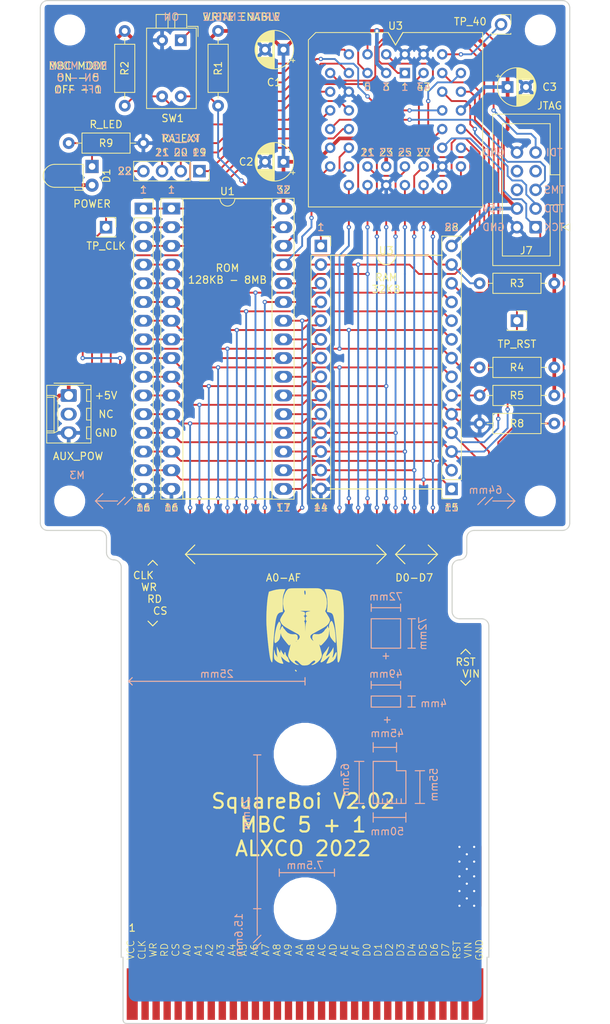
<source format=kicad_pcb>
(kicad_pcb (version 20171130) (host pcbnew "(5.1.7)-1")
  (title_block (title "GBC Cartridge MITM breakout") (date 2017-09-16) (rev 1) (company "© Kyra 'nonchip' Zimmer / me@nonchip.de"))
  (layers (0 F.Cu signal) (31 B.Cu signal) (34 B.Paste user) (35 F.Paste user) (36 B.SilkS user) (37 F.SilkS user) (38 B.Mask user) (39 F.Mask user) (44 Edge.Cuts user))
  (net 0 "")
  (net 1 +5V)
  (net 2 GND)
  (net 3 /D7)
  (net 4 /D6)
  (net 5 /D5)
  (net 6 /D4)
  (net 7 /D3)
  (net 8 /D2)
  (net 9 /D1)
  (net 10 /D0)
  (net 11 /A15)
  (net 12 /A14)
  (net 13 /A13)
  (net 14 /A12)
  (net 15 /A11)
  (net 16 /A10)
  (net 17 /A9)
  (net 18 /A8)
  (net 19 /A7)
  (net 20 /A6)
  (net 21 /A5)
  (net 22 /A4)
  (net 23 /A3)
  (net 24 /A2)
  (net 25 /A1)
  (net 26 /A0)
  (net 27 /TDI)
  (net 28 /TMS)
  (net 29 /TDO)
  (net 30 /TCK)
  (net 31 /RA17)
  (net 32 /RA14)
  (net 33 /RA15)
  (net 34 /RA16)
  (net 35 /RA18)
  (net 36 /AA14)
  (net 37 /AA13)
  (net 38 "Net-(D1-Pad1)")
  (net 39 /GBCLK)
  (net 40 /RS_N)
  (net 41 /CS_N)
  (net 42 /RD_N)
  (net 43 /WR_N)
  (net 44 /RAMCS_N)
  (net 45 /ROMWR_N)
  (net 46 /VIN)
  (net 47 /RA22)
  (net 48 /RA21)
  (net 49 /RA20)
  (net 50 /RA19)
  (net 51 "Net-(J7-Pad8)")
  (net 52 "Net-(J7-Pad6)")
  (net 53 "Net-(J7-Pad7)")
  (net 54 "Net-(J8-Pad2)")
  (net 55 /MODE)
  (net 56 /IO40)
  (module Connector_PinSocket_2.54mm:PinSocket_1x01_P2.54mm_Vertical (layer F.Cu) (at 83.82 63.5)
    (fp_text reference J12 hide)
    (fp_text value TP_RST (at 0 3.175) (layer F.SilkS))
    (pad 1 thru_hole rect (at 0 0) (size 1.7 1.7) (drill 1) (layers *.Cu *.Mask) (net 40 /RS_N))
  )
  (module MountingHole:MountingHole_8.4mm_M8 (layer F.Cu) (at 55 143.4)
    (fp_text reference REF** hide)
    (fp_text value MountingHole_8.4mm_M8)
    (pad "" np_thru_hole circle (at 0 0) (size 7.5 7.5) (drill 7.5) (layers *.Cu *.Mask))
  )
  (module MountingHole:MountingHole_8.4mm_M8 (layer F.Cu) (at 55 122.4)
    (fp_text reference REF** hide)
    (fp_text value MountingHole_8.4mm_M8)
    (pad "" np_thru_hole circle (at 0 0) (size 7.5 7.5) (drill 7.5) (layers *.Cu *.Mask))
  )
  (module Connector_Molex:Molex_KK-254_AE-6410-03A_1x03_P2.54mm_Vertical (layer F.Cu) (at 22.86 73.66 270)
    (fp_text reference J8 hide)
    (fp_text value AUX_POW)
    (pad 3 thru_hole oval (at 5.08 0 270) (size 1.74 2.19) (drill 1.19) (layers *.Cu *.Mask) (net 2 GND))
    (pad 2 thru_hole oval (at 2.54 0 270) (size 1.74 2.19) (drill 1.19) (layers *.Cu *.Mask) (net 54 "Net-(J8-Pad2)"))
    (pad 1 thru_hole roundrect (at 0 0 270) (size 1.74 2.19) (drill 1.19) (layers *.Cu *.Mask) (roundrect_rratio 0.1436775862068966) (net 1 +5V))
  )
  (module LED_THT:LED_D3.0mm_Horizontal_O1.27mm_Z2.0mm (layer F.Cu) (at 26.035 42.545 270)
    (fp_text reference D1 (at 1.27 -1.96 90) (layer F.SilkS))
    (fp_text value LED)
    (pad 2 thru_hole circle (at 2.54 0 270) (size 1.8 1.8) (drill 0.9) (layers *.Cu *.Mask) (net 1 +5V))
    (pad 1 thru_hole rect (at 0 0 270) (size 1.8 1.8) (drill 0.9) (layers *.Cu *.Mask) (net 38 "Net-(D1-Pad1)"))
  )
  (module Resistor_THT:R_Axial_DIN0207_L6.3mm_D2.5mm_P10.16mm_Horizontal (layer F.Cu) (at 22.86 39.37)
    (fp_text reference R9 (at 5.08 0) (layer F.SilkS))
    (fp_text value 20K)
    (pad 2 thru_hole oval (at 10.16 0) (size 1.6 1.6) (drill 0.8) (layers *.Cu *.Mask) (net 2 GND))
    (pad 1 thru_hole circle (at 0 0) (size 1.6 1.6) (drill 0.8) (layers *.Cu *.Mask) (net 38 "Net-(D1-Pad1)"))
  )
  (module Resistor_THT:R_Axial_DIN0207_L6.3mm_D2.5mm_P10.16mm_Horizontal (layer F.Cu) (at 88.9 77.47 180)
    (fp_text reference R8 (at 5.08 0) (layer F.SilkS))
    (fp_text value 20K)
    (pad 2 thru_hole oval (at 10.16 0 180) (size 1.6 1.6) (drill 0.8) (layers *.Cu *.Mask) (net 2 GND))
    (pad 1 thru_hole circle (at 0 0 180) (size 1.6 1.6) (drill 0.8) (layers *.Cu *.Mask) (net 30 /TCK))
  )
  (module Resistor_THT:R_Axial_DIN0207_L6.3mm_D2.5mm_P10.16mm_Horizontal (layer F.Cu) (at 88.9 73.66 180)
    (fp_text reference R5 (at 5.08 0) (layer F.SilkS))
    (fp_text value 20K)
    (pad 2 thru_hole oval (at 10.16 0 180) (size 1.6 1.6) (drill 0.8) (layers *.Cu *.Mask) (net 44 /RAMCS_N))
    (pad 1 thru_hole circle (at 0 0 180) (size 1.6 1.6) (drill 0.8) (layers *.Cu *.Mask) (net 1 +5V))
  )
  (module Resistor_THT:R_Axial_DIN0207_L6.3mm_D2.5mm_P10.16mm_Horizontal (layer F.Cu) (at 88.9 69.85 180)
    (fp_text reference R4 (at 5.08 0) (layer F.SilkS))
    (fp_text value 20K)
    (pad 2 thru_hole oval (at 10.16 0 180) (size 1.6 1.6) (drill 0.8) (layers *.Cu *.Mask) (net 42 /RD_N))
    (pad 1 thru_hole circle (at 0 0 180) (size 1.6 1.6) (drill 0.8) (layers *.Cu *.Mask) (net 1 +5V))
  )
  (module Resistor_THT:R_Axial_DIN0207_L6.3mm_D2.5mm_P10.16mm_Horizontal (layer F.Cu) (at 88.9 58.42 180)
    (fp_text reference R3 (at 5.08 0) (layer F.SilkS))
    (fp_text value 20K)
    (pad 2 thru_hole oval (at 10.16 0 180) (size 1.6 1.6) (drill 0.8) (layers *.Cu *.Mask) (net 43 /WR_N))
    (pad 1 thru_hole circle (at 0 0 180) (size 1.6 1.6) (drill 0.8) (layers *.Cu *.Mask) (net 1 +5V))
  )
  (module Resistor_THT:R_Axial_DIN0207_L6.3mm_D2.5mm_P10.16mm_Horizontal (layer F.Cu) (at 30.48 34.29 90)
    (fp_text reference R2 (at 5.08 0 90) (layer F.SilkS))
    (fp_text value 20K)
    (pad 2 thru_hole oval (at 10.16 0 90) (size 1.6 1.6) (drill 0.8) (layers *.Cu *.Mask) (net 1 +5V))
    (pad 1 thru_hole circle (at 0 0 90) (size 1.6 1.6) (drill 0.8) (layers *.Cu *.Mask) (net 55 /MODE))
  )
  (module Resistor_THT:R_Axial_DIN0207_L6.3mm_D2.5mm_P10.16mm_Horizontal (layer F.Cu) (at 43.18 24.13 270)
    (fp_text reference R1 (at 5.08 0 90) (layer F.SilkS))
    (fp_text value 20K)
    (pad 2 thru_hole oval (at 10.16 0 270) (size 1.6 1.6) (drill 0.8) (layers *.Cu *.Mask) (net 45 /ROMWR_N))
    (pad 1 thru_hole circle (at 0 0 270) (size 1.6 1.6) (drill 0.8) (layers *.Cu *.Mask) (net 1 +5V))
  )
  (module Button_Switch_THT:SW_DIP_SPSTx02_Piano_10.8x6.64mm_W7.62mm_P2.54mm (layer F.Cu) (at 38.1 25.4 270)
    (fp_text reference SW1 (at 10.6 1.1 180) (layer F.SilkS))
    (fp_text value SW_DIP_x02)
    (pad 4 thru_hole oval (at 7.62 0 270) (size 1.6 1.6) (drill 0.8) (layers *.Cu *.Mask) (net 45 /ROMWR_N))
    (pad 2 thru_hole oval (at 0 2.54 270) (size 1.6 1.6) (drill 0.8) (layers *.Cu *.Mask) (net 2 GND))
    (pad 3 thru_hole oval (at 7.62 2.54 270) (size 1.6 1.6) (drill 0.8) (layers *.Cu *.Mask) (net 55 /MODE))
    (pad 1 thru_hole rect (at 0 0 270) (size 1.6 1.6) (drill 0.8) (layers *.Cu *.Mask) (net 46 /VIN))
  )
  (module Connector_IDC:IDC-Header_2x05_P2.54mm_Vertical (layer F.Cu) (at 86.36 50.8 180)
    (fp_text reference J7 (at 1.27 -3.175) (layer F.SilkS))
    (fp_text value JTAG)
    (pad 10 thru_hole circle (at 2.54 10.16 180) (size 1.7 1.7) (drill 1) (layers *.Cu *.Mask) (net 2 GND))
    (pad 8 thru_hole circle (at 2.54 7.62 180) (size 1.7 1.7) (drill 1) (layers *.Cu *.Mask) (net 51 "Net-(J7-Pad8)"))
    (pad 6 thru_hole circle (at 2.54 5.08 180) (size 1.7 1.7) (drill 1) (layers *.Cu *.Mask) (net 52 "Net-(J7-Pad6)"))
    (pad 4 thru_hole circle (at 2.54 2.54 180) (size 1.7 1.7) (drill 1) (layers *.Cu *.Mask) (net 1 +5V))
    (pad 2 thru_hole circle (at 2.54 0 180) (size 1.7 1.7) (drill 1) (layers *.Cu *.Mask) (net 2 GND))
    (pad 9 thru_hole circle (at 0 10.16 180) (size 1.7 1.7) (drill 1) (layers *.Cu *.Mask) (net 27 /TDI))
    (pad 7 thru_hole circle (at 0 7.62 180) (size 1.7 1.7) (drill 1) (layers *.Cu *.Mask) (net 53 "Net-(J7-Pad7)"))
    (pad 5 thru_hole circle (at 0 5.08 180) (size 1.7 1.7) (drill 1) (layers *.Cu *.Mask) (net 28 /TMS))
    (pad 3 thru_hole circle (at 0 2.54 180) (size 1.7 1.7) (drill 1) (layers *.Cu *.Mask) (net 29 /TDO))
    (pad 1 thru_hole roundrect (at 0 0 180) (size 1.7 1.7) (drill 1) (layers *.Cu *.Mask) (roundrect_rratio 0.1470588235294118) (net 30 /TCK))
  )
  (module Connector_PinSocket_2.54mm:PinSocket_1x14_P2.54mm_Vertical (layer F.Cu) (at 74.93 86.36 180)
    (fp_text reference J6 hide)
    (fp_text value RAMC_R)
    (pad 14 thru_hole oval (at 0 33.02 180) (size 1.7 1.7) (drill 1) (layers *.Cu *.Mask) (net 1 +5V))
    (pad 13 thru_hole oval (at 0 30.48 180) (size 1.7 1.7) (drill 1) (layers *.Cu *.Mask) (net 43 /WR_N))
    (pad 12 thru_hole oval (at 0 27.94 180) (size 1.7 1.7) (drill 1) (layers *.Cu *.Mask) (net 37 /AA13))
    (pad 11 thru_hole oval (at 0 25.4 180) (size 1.7 1.7) (drill 1) (layers *.Cu *.Mask) (net 18 /A8))
    (pad 10 thru_hole oval (at 0 22.86 180) (size 1.7 1.7) (drill 1) (layers *.Cu *.Mask) (net 17 /A9))
    (pad 9 thru_hole oval (at 0 20.32 180) (size 1.7 1.7) (drill 1) (layers *.Cu *.Mask) (net 15 /A11))
    (pad 8 thru_hole oval (at 0 17.78 180) (size 1.7 1.7) (drill 1) (layers *.Cu *.Mask) (net 42 /RD_N))
    (pad 7 thru_hole oval (at 0 15.24 180) (size 1.7 1.7) (drill 1) (layers *.Cu *.Mask) (net 16 /A10))
    (pad 6 thru_hole oval (at 0 12.7 180) (size 1.7 1.7) (drill 1) (layers *.Cu *.Mask) (net 44 /RAMCS_N))
    (pad 5 thru_hole oval (at 0 10.16 180) (size 1.7 1.7) (drill 1) (layers *.Cu *.Mask) (net 3 /D7))
    (pad 4 thru_hole oval (at 0 7.62 180) (size 1.7 1.7) (drill 1) (layers *.Cu *.Mask) (net 4 /D6))
    (pad 3 thru_hole oval (at 0 5.08 180) (size 1.7 1.7) (drill 1) (layers *.Cu *.Mask) (net 5 /D5))
    (pad 2 thru_hole oval (at 0 2.54 180) (size 1.7 1.7) (drill 1) (layers *.Cu *.Mask) (net 6 /D4))
    (pad 1 thru_hole rect (at 0 0 180) (size 1.7 1.7) (drill 1) (layers *.Cu *.Mask) (net 7 /D3))
  )
  (module Connector_PinSocket_2.54mm:PinSocket_1x14_P2.54mm_Vertical (layer F.Cu) (at 57.15 53.34)
    (fp_text reference J5 hide)
    (fp_text value RAMC_L)
    (pad 14 thru_hole oval (at 0 33.02) (size 1.7 1.7) (drill 1) (layers *.Cu *.Mask) (net 2 GND))
    (pad 13 thru_hole oval (at 0 30.48) (size 1.7 1.7) (drill 1) (layers *.Cu *.Mask) (net 8 /D2))
    (pad 12 thru_hole oval (at 0 27.94) (size 1.7 1.7) (drill 1) (layers *.Cu *.Mask) (net 9 /D1))
    (pad 11 thru_hole oval (at 0 25.4) (size 1.7 1.7) (drill 1) (layers *.Cu *.Mask) (net 10 /D0))
    (pad 10 thru_hole oval (at 0 22.86) (size 1.7 1.7) (drill 1) (layers *.Cu *.Mask) (net 26 /A0))
    (pad 9 thru_hole oval (at 0 20.32) (size 1.7 1.7) (drill 1) (layers *.Cu *.Mask) (net 25 /A1))
    (pad 8 thru_hole oval (at 0 17.78) (size 1.7 1.7) (drill 1) (layers *.Cu *.Mask) (net 24 /A2))
    (pad 7 thru_hole oval (at 0 15.24) (size 1.7 1.7) (drill 1) (layers *.Cu *.Mask) (net 23 /A3))
    (pad 6 thru_hole oval (at 0 12.7) (size 1.7 1.7) (drill 1) (layers *.Cu *.Mask) (net 22 /A4))
    (pad 5 thru_hole oval (at 0 10.16) (size 1.7 1.7) (drill 1) (layers *.Cu *.Mask) (net 21 /A5))
    (pad 4 thru_hole oval (at 0 7.62) (size 1.7 1.7) (drill 1) (layers *.Cu *.Mask) (net 20 /A6))
    (pad 3 thru_hole oval (at 0 5.08) (size 1.7 1.7) (drill 1) (layers *.Cu *.Mask) (net 19 /A7))
    (pad 2 thru_hole oval (at 0 2.54) (size 1.7 1.7) (drill 1) (layers *.Cu *.Mask) (net 14 /A12))
    (pad 1 thru_hole rect (at 0 0) (size 1.7 1.7) (drill 1) (layers *.Cu *.Mask) (net 36 /AA14))
  )
  (module Connector_PinSocket_2.54mm:PinSocket_1x04_P2.54mm_Vertical (layer F.Cu) (at 40.64 43.18 270)
    (fp_text reference J4 hide)
    (fp_text value ROMC_C)
    (pad 4 thru_hole oval (at 0 7.62 270) (size 1.7 1.7) (drill 1) (layers *.Cu *.Mask) (net 47 /RA22))
    (pad 3 thru_hole oval (at 0 5.08 270) (size 1.7 1.7) (drill 1) (layers *.Cu *.Mask) (net 48 /RA21))
    (pad 2 thru_hole oval (at 0 2.54 270) (size 1.7 1.7) (drill 1) (layers *.Cu *.Mask) (net 49 /RA20))
    (pad 1 thru_hole rect (at 0 0 270) (size 1.7 1.7) (drill 1) (layers *.Cu *.Mask) (net 50 /RA19))
  )
  (module Connector_PinSocket_2.54mm:PinSocket_1x16_P2.54mm_Vertical (layer F.Cu) (at 33.02 48.26)
    (fp_text reference J2 hide)
    (fp_text value ROMC_L)
    (pad 16 thru_hole oval (at 0 38.1) (size 2.4 1.6) (drill 1) (layers *.Cu *.Mask) (net 2 GND))
    (pad 15 thru_hole oval (at 0 35.56) (size 2.4 1.6) (drill 1) (layers *.Cu *.Mask) (net 8 /D2))
    (pad 14 thru_hole oval (at 0 33.02) (size 2.4 1.6) (drill 1) (layers *.Cu *.Mask) (net 9 /D1))
    (pad 13 thru_hole oval (at 0 30.48) (size 2.4 1.6) (drill 1) (layers *.Cu *.Mask) (net 10 /D0))
    (pad 12 thru_hole oval (at 0 27.94) (size 2.4 1.6) (drill 1) (layers *.Cu *.Mask) (net 26 /A0))
    (pad 11 thru_hole oval (at 0 25.4) (size 2.4 1.6) (drill 1) (layers *.Cu *.Mask) (net 25 /A1))
    (pad 10 thru_hole oval (at 0 22.86) (size 2.4 1.6) (drill 1) (layers *.Cu *.Mask) (net 24 /A2))
    (pad 9 thru_hole oval (at 0 20.32) (size 2.4 1.6) (drill 1) (layers *.Cu *.Mask) (net 23 /A3))
    (pad 8 thru_hole oval (at 0 17.78) (size 2.4 1.6) (drill 1) (layers *.Cu *.Mask) (net 22 /A4))
    (pad 7 thru_hole oval (at 0 15.24) (size 2.4 1.6) (drill 1) (layers *.Cu *.Mask) (net 21 /A5))
    (pad 6 thru_hole oval (at 0 12.7) (size 2.4 1.6) (drill 1) (layers *.Cu *.Mask) (net 20 /A6))
    (pad 5 thru_hole oval (at 0 10.16) (size 2.4 1.6) (drill 1) (layers *.Cu *.Mask) (net 19 /A7))
    (pad 4 thru_hole oval (at 0 7.62) (size 2.4 1.6) (drill 1) (layers *.Cu *.Mask) (net 14 /A12))
    (pad 3 thru_hole oval (at 0 5.08) (size 2.4 1.6) (drill 1) (layers *.Cu *.Mask) (net 33 /RA15))
    (pad 2 thru_hole oval (at 0 2.54) (size 2.4 1.6) (drill 1) (layers *.Cu *.Mask) (net 34 /RA16))
    (pad 1 thru_hole rect (at 0 0) (size 2.4 1.6) (drill 1) (layers *.Cu *.Mask) (net 35 /RA18))
  )
  (module GBCartParts:logoboi (layer F.Cu) (at 55 105)
    (fp_text reference G*** hide)
    (fp_text value LOGO hide)
  )
  (module Connector_PinSocket_2.54mm:PinSocket_1x01_P2.54mm_Vertical (layer F.Cu) (at 27.94 50.8)
    (fp_text reference J10 hide)
    (fp_text value TP_CLK)
    (pad 1 thru_hole rect (at 0 0) (size 1.7 1.7) (drill 1) (layers *.Cu *.Mask) (net 39 /GBCLK))
  )
  (module Capacitor_THT:CP_Radial_D5.0mm_P2.50mm (layer F.Cu) (at 82.55 31.75)
    (fp_text reference C3 (at 5.715 0) (layer F.SilkS))
    (fp_text value 100n)
    (pad 2 thru_hole circle (at 2.5 0) (size 1.6 1.6) (drill 0.8) (layers *.Cu *.Mask) (net 2 GND))
    (pad 1 thru_hole rect (at 0 0) (size 1.6 1.6) (drill 0.8) (layers *.Cu *.Mask) (net 1 +5V))
  )
  (module Connector_PinSocket_2.54mm:PinSocket_1x01_P2.54mm_Vertical (layer F.Cu) (at 81.661 23.241)
    (fp_text reference J11 hide)
    (fp_text value TP_40)
    (pad 1 thru_hole circle (at 0 0) (size 1.7 1.7) (drill 1) (layers *.Cu *.Mask) (net 56 /IO40))
  )
  (module Package_DIP:DIP-32_W15.24mm_Socket_LongPads (layer F.Cu) (at 36.83 48.26)
    (fp_text reference U1 (at 7.62 -2.33) (layer F.SilkS))
    (fp_text value SST39SF040)
    (pad 32 thru_hole oval (at 15.24 0) (size 2.4 1.6) (drill 1) (layers *.Cu *.Mask) (net 1 +5V))
    (pad 16 thru_hole oval (at 0 38.1) (size 2.4 1.6) (drill 1) (layers *.Cu *.Mask) (net 2 GND))
    (pad 31 thru_hole oval (at 15.24 2.54) (size 2.4 1.6) (drill 1) (layers *.Cu *.Mask) (net 45 /ROMWR_N))
    (pad 15 thru_hole oval (at 0 35.56) (size 2.4 1.6) (drill 1) (layers *.Cu *.Mask) (net 8 /D2))
    (pad 30 thru_hole oval (at 15.24 5.08) (size 2.4 1.6) (drill 1) (layers *.Cu *.Mask) (net 31 /RA17))
    (pad 14 thru_hole oval (at 0 33.02) (size 2.4 1.6) (drill 1) (layers *.Cu *.Mask) (net 9 /D1))
    (pad 29 thru_hole oval (at 15.24 7.62) (size 2.4 1.6) (drill 1) (layers *.Cu *.Mask) (net 32 /RA14))
    (pad 13 thru_hole oval (at 0 30.48) (size 2.4 1.6) (drill 1) (layers *.Cu *.Mask) (net 10 /D0))
    (pad 28 thru_hole oval (at 15.24 10.16) (size 2.4 1.6) (drill 1) (layers *.Cu *.Mask) (net 13 /A13))
    (pad 12 thru_hole oval (at 0 27.94) (size 2.4 1.6) (drill 1) (layers *.Cu *.Mask) (net 26 /A0))
    (pad 27 thru_hole oval (at 15.24 12.7) (size 2.4 1.6) (drill 1) (layers *.Cu *.Mask) (net 18 /A8))
    (pad 11 thru_hole oval (at 0 25.4) (size 2.4 1.6) (drill 1) (layers *.Cu *.Mask) (net 25 /A1))
    (pad 26 thru_hole oval (at 15.24 15.24) (size 2.4 1.6) (drill 1) (layers *.Cu *.Mask) (net 17 /A9))
    (pad 10 thru_hole oval (at 0 22.86) (size 2.4 1.6) (drill 1) (layers *.Cu *.Mask) (net 24 /A2))
    (pad 25 thru_hole oval (at 15.24 17.78) (size 2.4 1.6) (drill 1) (layers *.Cu *.Mask) (net 15 /A11))
    (pad 9 thru_hole oval (at 0 20.32) (size 2.4 1.6) (drill 1) (layers *.Cu *.Mask) (net 23 /A3))
    (pad 24 thru_hole oval (at 15.24 20.32) (size 2.4 1.6) (drill 1) (layers *.Cu *.Mask) (net 42 /RD_N))
    (pad 8 thru_hole oval (at 0 17.78) (size 2.4 1.6) (drill 1) (layers *.Cu *.Mask) (net 22 /A4))
    (pad 23 thru_hole oval (at 15.24 22.86) (size 2.4 1.6) (drill 1) (layers *.Cu *.Mask) (net 16 /A10))
    (pad 7 thru_hole oval (at 0 15.24) (size 2.4 1.6) (drill 1) (layers *.Cu *.Mask) (net 21 /A5))
    (pad 22 thru_hole oval (at 15.24 25.4) (size 2.4 1.6) (drill 1) (layers *.Cu *.Mask) (net 11 /A15))
    (pad 6 thru_hole oval (at 0 12.7) (size 2.4 1.6) (drill 1) (layers *.Cu *.Mask) (net 20 /A6))
    (pad 21 thru_hole oval (at 15.24 27.94) (size 2.4 1.6) (drill 1) (layers *.Cu *.Mask) (net 3 /D7))
    (pad 5 thru_hole oval (at 0 10.16) (size 2.4 1.6) (drill 1) (layers *.Cu *.Mask) (net 19 /A7))
    (pad 20 thru_hole oval (at 15.24 30.48) (size 2.4 1.6) (drill 1) (layers *.Cu *.Mask) (net 4 /D6))
    (pad 4 thru_hole oval (at 0 7.62) (size 2.4 1.6) (drill 1) (layers *.Cu *.Mask) (net 14 /A12))
    (pad 19 thru_hole oval (at 15.24 33.02) (size 2.4 1.6) (drill 1) (layers *.Cu *.Mask) (net 5 /D5))
    (pad 3 thru_hole oval (at 0 5.08) (size 2.4 1.6) (drill 1) (layers *.Cu *.Mask) (net 33 /RA15))
    (pad 18 thru_hole oval (at 15.24 35.56) (size 2.4 1.6) (drill 1) (layers *.Cu *.Mask) (net 6 /D4))
    (pad 2 thru_hole oval (at 0 2.54) (size 2.4 1.6) (drill 1) (layers *.Cu *.Mask) (net 34 /RA16))
    (pad 17 thru_hole oval (at 15.24 38.1) (size 2.4 1.6) (drill 1) (layers *.Cu *.Mask) (net 7 /D3))
    (pad 1 thru_hole rect (at 0 0) (size 2.4 1.6) (drill 1) (layers *.Cu *.Mask) (net 35 /RA18))
  )
  (module Package_LCC:PLCC-44_THT-Socket (layer F.Cu) (at 68.58 29.845)
    (fp_text reference U3 (at -1.27 -6.4) (layer F.SilkS))
    (fp_text value ATF1502AS-PLCC)
    (pad 39 thru_hole circle (at 7.62 0) (size 1.4224 1.4224) (drill 0.8) (layers *.Cu *.Mask) (net 14 /A12))
    (pad 37 thru_hole circle (at 7.62 2.54) (size 1.4224 1.4224) (drill 0.8) (layers *.Cu *.Mask) (net 4 /D6))
    (pad 35 thru_hole circle (at 7.62 5.08) (size 1.4224 1.4224) (drill 0.8) (layers *.Cu *.Mask) (net 1 +5V))
    (pad 33 thru_hole circle (at 7.62 7.62) (size 1.4224 1.4224) (drill 0.8) (layers *.Cu *.Mask) (net 3 /D7))
    (pad 31 thru_hole circle (at 7.62 10.16) (size 1.4224 1.4224) (drill 0.8) (layers *.Cu *.Mask) (net 37 /AA13))
    (pad 40 thru_hole circle (at 5.08 -2.54) (size 1.4224 1.4224) (drill 0.8) (layers *.Cu *.Mask) (net 56 /IO40))
    (pad 38 thru_hole circle (at 5.08 2.54) (size 1.4224 1.4224) (drill 0.8) (layers *.Cu *.Mask) (net 29 /TDO))
    (pad 36 thru_hole circle (at 5.08 5.08) (size 1.4224 1.4224) (drill 0.8) (layers *.Cu *.Mask) (net 55 /MODE))
    (pad 34 thru_hole circle (at 5.08 7.62) (size 1.4224 1.4224) (drill 0.8) (layers *.Cu *.Mask) (net 44 /RAMCS_N))
    (pad 32 thru_hole circle (at 5.08 10.16) (size 1.4224 1.4224) (drill 0.8) (layers *.Cu *.Mask) (net 30 /TCK))
    (pad 30 thru_hole circle (at 5.08 12.7) (size 1.4224 1.4224) (drill 0.8) (layers *.Cu *.Mask) (net 2 GND))
    (pad 28 thru_hole circle (at 5.08 15.24) (size 1.4224 1.4224) (drill 0.8) (layers *.Cu *.Mask) (net 7 /D3))
    (pad 26 thru_hole circle (at 2.54 15.24) (size 1.4224 1.4224) (drill 0.8) (layers *.Cu *.Mask) (net 8 /D2))
    (pad 24 thru_hole circle (at 0 15.24) (size 1.4224 1.4224) (drill 0.8) (layers *.Cu *.Mask) (net 10 /D0))
    (pad 22 thru_hole circle (at -2.54 15.24) (size 1.4224 1.4224) (drill 0.8) (layers *.Cu *.Mask) (net 2 GND))
    (pad 20 thru_hole circle (at -5.08 15.24) (size 1.4224 1.4224) (drill 0.8) (layers *.Cu *.Mask) (net 13 /A13))
    (pad 18 thru_hole circle (at -7.62 15.24) (size 1.4224 1.4224) (drill 0.8) (layers *.Cu *.Mask) (net 42 /RD_N))
    (pad 29 thru_hole circle (at 7.62 12.7) (size 1.4224 1.4224) (drill 0.8) (layers *.Cu *.Mask) (net 6 /D4))
    (pad 27 thru_hole circle (at 2.54 12.7) (size 1.4224 1.4224) (drill 0.8) (layers *.Cu *.Mask) (net 9 /D1))
    (pad 25 thru_hole circle (at 0 12.7) (size 1.4224 1.4224) (drill 0.8) (layers *.Cu *.Mask) (net 11 /A15))
    (pad 23 thru_hole circle (at -2.54 12.7) (size 1.4224 1.4224) (drill 0.8) (layers *.Cu *.Mask) (net 1 +5V))
    (pad 21 thru_hole circle (at -5.08 12.7) (size 1.4224 1.4224) (drill 0.8) (layers *.Cu *.Mask) (net 12 /A14))
    (pad 19 thru_hole circle (at -7.62 12.7) (size 1.4224 1.4224) (drill 0.8) (layers *.Cu *.Mask) (net 36 /AA14))
    (pad 17 thru_hole circle (at -10.16 12.7) (size 1.4224 1.4224) (drill 0.8) (layers *.Cu *.Mask) (net 31 /RA17))
    (pad 15 thru_hole circle (at -10.16 10.16) (size 1.4224 1.4224) (drill 0.8) (layers *.Cu *.Mask) (net 1 +5V))
    (pad 13 thru_hole circle (at -10.16 7.62) (size 1.4224 1.4224) (drill 0.8) (layers *.Cu *.Mask) (net 28 /TMS))
    (pad 11 thru_hole circle (at -10.16 5.08) (size 1.4224 1.4224) (drill 0.8) (layers *.Cu *.Mask) (net 34 /RA16))
    (pad 9 thru_hole circle (at -10.16 2.54) (size 1.4224 1.4224) (drill 0.8) (layers *.Cu *.Mask) (net 50 /RA19))
    (pad 7 thru_hole circle (at -10.16 0) (size 1.4224 1.4224) (drill 0.8) (layers *.Cu *.Mask) (net 27 /TDI))
    (pad 16 thru_hole circle (at -7.62 10.16) (size 1.4224 1.4224) (drill 0.8) (layers *.Cu *.Mask) (net 32 /RA14))
    (pad 14 thru_hole circle (at -7.62 7.62) (size 1.4224 1.4224) (drill 0.8) (layers *.Cu *.Mask) (net 33 /RA15))
    (pad 12 thru_hole circle (at -7.62 5.08) (size 1.4224 1.4224) (drill 0.8) (layers *.Cu *.Mask) (net 35 /RA18))
    (pad 10 thru_hole circle (at -7.62 2.54) (size 1.4224 1.4224) (drill 0.8) (layers *.Cu *.Mask) (net 2 GND))
    (pad 8 thru_hole circle (at -7.62 0) (size 1.4224 1.4224) (drill 0.8) (layers *.Cu *.Mask) (net 49 /RA20))
    (pad 42 thru_hole circle (at 2.54 -2.54) (size 1.4224 1.4224) (drill 0.8) (layers *.Cu *.Mask) (net 2 GND))
    (pad 44 thru_hole circle (at 0 -2.54) (size 1.4224 1.4224) (drill 0.8) (layers *.Cu *.Mask) (net 2 GND))
    (pad 6 thru_hole circle (at -7.62 -2.54) (size 1.4224 1.4224) (drill 0.8) (layers *.Cu *.Mask) (net 48 /RA21))
    (pad 4 thru_hole circle (at -5.08 -2.54) (size 1.4224 1.4224) (drill 0.8) (layers *.Cu *.Mask) (net 41 /CS_N))
    (pad 2 thru_hole circle (at -2.54 -2.54) (size 1.4224 1.4224) (drill 0.8) (layers *.Cu *.Mask) (net 43 /WR_N))
    (pad 41 thru_hole circle (at 5.08 0) (size 1.4224 1.4224) (drill 0.8) (layers *.Cu *.Mask) (net 5 /D5))
    (pad 43 thru_hole circle (at 2.54 0) (size 1.4224 1.4224) (drill 0.8) (layers *.Cu *.Mask) (net 39 /GBCLK))
    (pad 5 thru_hole circle (at -5.08 0) (size 1.4224 1.4224) (drill 0.8) (layers *.Cu *.Mask) (net 47 /RA22))
    (pad 3 thru_hole circle (at -2.54 0) (size 1.4224 1.4224) (drill 0.8) (layers *.Cu *.Mask) (net 1 +5V))
    (pad 1 thru_hole rect (at 0 0) (size 1.4224 1.4224) (drill 0.8) (layers *.Cu *.Mask) (net 40 /RS_N))
  )
  (module MountingHole:MountingHole_3.2mm_M3 (layer F.Cu) (at 87 24)
    (fp_text reference REF** hide)
    (fp_text value MountingHole_3.2mm_M3)
    (pad 1 np_thru_hole circle (at 0 0) (size 3.2 3.2) (drill 3.2) (layers *.Cu *.Mask))
  )
  (module MountingHole:MountingHole_3.2mm_M3 (layer F.Cu) (at 23 24)
    (fp_text reference REF** hide)
    (fp_text value MountingHole_3.2mm_M3)
    (pad 1 np_thru_hole circle (at 0 0) (size 3.2 3.2) (drill 3.2) (layers *.Cu *.Mask))
  )
  (module MountingHole:MountingHole_3.2mm_M3 (layer F.Cu) (at 23 88)
    (fp_text reference REF** hide)
    (fp_text value MountingHole_3.2mm_M3)
    (pad 1 np_thru_hole circle (at 0 0) (size 3.2 3.2) (drill 3.2) (layers *.Cu *.Mask))
  )
  (module MountingHole:MountingHole_3.2mm_M3 (layer F.Cu) (at 87 88)
    (fp_text reference REF** hide)
    (fp_text value MountingHole_3.2mm_M3)
    (pad 1 np_thru_hole circle (at 0 0) (size 3.2 3.2) (drill 3.2) (layers *.Cu *.Mask))
  )
  (module GBCartParts:GB_CART_FINGERS (layer F.Cu) (at 55 155)
    (fp_text reference J1 hide)
    (fp_text value GB-CART hide)
    (pad 32 smd rect (at 23.5 0) (size 1.5 7) (layers F.Cu F.Mask) (net 2 GND))
    (pad 31 smd rect (at 21.75 0) (size 1 7) (layers F.Cu F.Mask) (net 46 /VIN))
    (pad 30 smd rect (at 20.25 0) (size 1 7) (layers F.Cu F.Mask) (net 40 /RS_N))
    (pad 29 smd rect (at 18.75 0) (size 1 7) (layers F.Cu F.Mask) (net 3 /D7))
    (pad 28 smd rect (at 17.25 0) (size 1 7) (layers F.Cu F.Mask) (net 4 /D6))
    (pad 27 smd rect (at 15.75 0) (size 1 7) (layers F.Cu F.Mask) (net 5 /D5))
    (pad 26 smd rect (at 14.25 0) (size 1 7) (layers F.Cu F.Mask) (net 6 /D4))
    (pad 25 smd rect (at 12.75 0) (size 1 7) (layers F.Cu F.Mask) (net 7 /D3))
    (pad 24 smd rect (at 11.25 0) (size 1 7) (layers F.Cu F.Mask) (net 8 /D2))
    (pad 23 smd rect (at 9.75 0) (size 1 7) (layers F.Cu F.Mask) (net 9 /D1))
    (pad 22 smd rect (at 8.25 0) (size 1 7) (layers F.Cu F.Mask) (net 10 /D0))
    (pad 21 smd rect (at 6.75 0) (size 1 7) (layers F.Cu F.Mask) (net 11 /A15))
    (pad 20 smd rect (at 5.25 0) (size 1 7) (layers F.Cu F.Mask) (net 12 /A14))
    (pad 19 smd rect (at 3.75 0) (size 1 7) (layers F.Cu F.Mask) (net 13 /A13))
    (pad 18 smd rect (at 2.25 0) (size 1 7) (layers F.Cu F.Mask) (net 14 /A12))
    (pad 17 smd rect (at 0.75 0) (size 1 7) (layers F.Cu F.Mask) (net 15 /A11))
    (pad 16 smd rect (at -0.75 0) (size 1 7) (layers F.Cu F.Mask) (net 16 /A10))
    (pad 15 smd rect (at -2.25 0) (size 1 7) (layers F.Cu F.Mask) (net 17 /A9))
    (pad 14 smd rect (at -3.75 0) (size 1 7) (layers F.Cu F.Mask) (net 18 /A8))
    (pad 13 smd rect (at -5.25 0) (size 1 7) (layers F.Cu F.Mask) (net 19 /A7))
    (pad 12 smd rect (at -6.75 0) (size 1 7) (layers F.Cu F.Mask) (net 20 /A6))
    (pad 11 smd rect (at -8.25 0) (size 1 7) (layers F.Cu F.Mask) (net 21 /A5))
    (pad 10 smd rect (at -9.75 0) (size 1 7) (layers F.Cu F.Mask) (net 22 /A4))
    (pad 9 smd rect (at -11.25 0) (size 1 7) (layers F.Cu F.Mask) (net 23 /A3))
    (pad 8 smd rect (at -12.75 0) (size 1 7) (layers F.Cu F.Mask) (net 24 /A2))
    (pad 7 smd rect (at -14.25 0) (size 1 7) (layers F.Cu F.Mask) (net 25 /A1))
    (pad 6 smd rect (at -15.75 0) (size 1 7) (layers F.Cu F.Mask) (net 26 /A0))
    (pad 5 smd rect (at -17.25 0) (size 1 7) (layers F.Cu F.Mask) (net 41 /CS_N))
    (pad 4 smd rect (at -18.75 0) (size 1 7) (layers F.Cu F.Mask) (net 42 /RD_N))
    (pad 3 smd rect (at -20.25 0) (size 1 7) (layers F.Cu F.Mask) (net 43 /WR_N))
    (pad 2 smd rect (at -21.75 0) (size 1 7) (layers F.Cu F.Mask) (net 39 /GBCLK))
    (pad 1 smd rect (at -23.5 0) (size 1.5 7) (layers F.Cu F.Mask) (net 1 +5V))
  )
  (module Capacitor_THT:CP_Radial_D5.0mm_P2.50mm (layer F.Cu) (at 52.07 41.91 180)
    (fp_text reference C2 (at 5.08 0) (layer F.SilkS))
    (fp_text value 100n)
    (pad 2 thru_hole circle (at 2.5 0 180) (size 1.6 1.6) (drill 0.8) (layers *.Cu *.Mask) (net 2 GND))
    (pad 1 thru_hole rect (at 0 0 180) (size 1.6 1.6) (drill 0.8) (layers *.Cu *.Mask) (net 1 +5V))
  )
  (module Capacitor_THT:CP_Radial_D5.0mm_P2.50mm (layer F.Cu) (at 52.07 26.67 180)
    (fp_text reference C1 (at 1.27 -4.445 180) (layer F.SilkS))
    (fp_text value 100n)
    (pad 2 thru_hole circle (at 2.5 0 180) (size 1.6 1.6) (drill 0.8) (layers *.Cu *.Mask) (net 2 GND))
    (pad 1 thru_hole rect (at 0 0 180) (size 1.6 1.6) (drill 0.8) (layers *.Cu *.Mask) (net 1 +5V))
  )
  (gr_text ON (at 36.83 22.225) (layer B.SilkS) (effects (font (size 1 1)) (justify mirror)))
  (gr_text NC (at 27.94 76.2) (layer F.SilkS) (effects (font (size 1 1))))
  (gr_text R_LED (at 27.94 36.83) (layer F.SilkS) (effects (font (size 1 1))))
  (gr_text POWER (at 26.035 47.625) (layer F.SilkS) (effects (font (size 1 1))))
  (gr_text "MBC MODE\nON - 5\nOFF - 1" (at 24.13 30.48) (layer B.SilkS) (effects (font (size 1 1)) (justify mirror)))
  (gr_text "MBC MODE\nON - 5\nOFF - 1" (at 24.13 30.48) (layer F.SilkS) (effects (font (size 1 1))))
  (gr_text "WRITE ENABLE" (at 46.355 22.225) (layer B.SilkS) (effects (font (size 1 1)) (justify mirror)))
  (gr_text RA_EXT (at 38.1 38.735) (layer B.SilkS) (effects (font (size 1 1)) (justify mirror)))
  (gr_text "WRITE ENABLE" (at 46.355 22.225) (layer F.SilkS) (effects (font (size 1 1))))
  (gr_text GND (at 27.94 78.74) (layer F.SilkS) (effects (font (size 1 1))))
  (gr_text +5V (at 27.94 73.66) (layer F.SilkS) (effects (font (size 1 1))))
  (gr_text AUX_POW (at 24.13 81.915) (layer F.SilkS) (effects (font (size 1 1))))
  (gr_text TP_40 (at 77.47 22.86) (layer F.SilkS) (effects (font (size 1 1))))
  (gr_text TP_CLK (at 27.94 53.34) (layer F.SilkS) (effects (font (size 1 1))))
  (gr_text 21 (at 35.56 40.64) (layer B.SilkS) (effects (font (size 1 1)) (justify mirror)))
  (gr_text 22 (at 30.48 43.18) (layer B.SilkS) (effects (font (size 1 1)) (justify mirror)))
  (gr_text RA_EXT (at 38.1 38.735) (layer F.SilkS) (effects (font (size 1 1))))
  (gr_text 22 (at 30.48 43.18) (layer F.SilkS) (effects (font (size 1 1))))
  (gr_text 21 (at 35.56 40.64) (layer F.SilkS) (effects (font (size 1 1))))
  (gr_text 20 (at 38.1 40.64) (layer F.SilkS) (effects (font (size 1 1))))
  (gr_text 19 (at 40.64 40.64) (layer F.SilkS) (effects (font (size 1 1))))
  (gr_text 20 (at 38.1 40.64) (layer B.SilkS) (effects (font (size 1 1)) (justify mirror)))
  (gr_text 19 (at 40.64 40.64) (layer B.SilkS) (effects (font (size 1 1)) (justify mirror)))
  (gr_text GND (at 80.645 40.64) (layer B.SilkS) (effects (font (size 1 1)) (justify mirror)))
  (gr_text GND (at 80.645 50.8) (layer B.SilkS) (effects (font (size 1 1)) (justify mirror)))
  (gr_text +5V (at 80.645 48.26) (layer B.SilkS) (effects (font (size 1 1)) (justify mirror)))
  (gr_text TCK (at 88.9 50.8) (layer B.SilkS) (effects (font (size 1 1)) (justify mirror)))
  (gr_text TDO (at 88.9 48.26) (layer B.SilkS) (effects (font (size 1 1)) (justify mirror)))
  (gr_text TMS (at 88.9 45.72) (layer B.SilkS) (effects (font (size 1 1)) (justify mirror)))
  (gr_text TDI (at 88.9 40.64) (layer B.SilkS) (effects (font (size 1 1)) (justify mirror)))
  (gr_text "RAM\n32KB" (at 66.04 58.42) (layer F.SilkS) (effects (font (size 1 1))))
  (gr_text "ROM\n128KB - 8MB" (at 44.45 57.15) (layer F.SilkS) (effects (font (size 1 1))))
  (gr_text JTAG (at 88.265 34.29) (layer F.SilkS) (effects (font (size 1 1))))
  (gr_text 4mm (at 72.5 115.5) (layer B.SilkS) (effects (font (size 1 1)) (justify mirror)))
  (gr_line (start 69.5 116) (end 69.5 114.5) (layer B.SilkS) (width 0.15))
  (gr_line (start 69 116) (end 70 116) (layer B.SilkS) (width 0.15))
  (gr_line (start 69 114.5) (end 70 114.5) (layer B.SilkS) (width 0.15))
  (gr_text 49mm (at 66 111.5) (layer B.SilkS) (effects (font (size 1 1)) (justify mirror)))
  (gr_line (start 64 113) (end 68 113) (layer B.SilkS) (width 0.15))
  (gr_line (start 68 113.5) (end 68 112.5) (layer B.SilkS) (width 0.15))
  (gr_line (start 64 113.5) (end 64 112.5) (layer B.SilkS) (width 0.15))
  (gr_line (start 64 116) (end 64 114.5) (layer B.SilkS) (width 0.15))
  (gr_line (start 68 116) (end 64 116) (layer B.SilkS) (width 0.15))
  (gr_line (start 68 114.5) (end 68 116) (layer B.SilkS) (width 0.15))
  (gr_line (start 64 114.5) (end 68 114.5) (layer B.SilkS) (width 0.15))
  (gr_text + (at 66 109) (layer B.SilkS) (effects (font (size 1 1)) (justify mirror)))
  (gr_line (start 29.5 88.5) (end 30.5 87.5) (layer B.SilkS) (width 0.15))
  (gr_line (start 30.5 88.5) (end 31.5 87.5) (layer B.SilkS) (width 0.15))
  (gr_line (start 79.5 87.5) (end 78.5 88.5) (layer B.SilkS) (width 0.15))
  (gr_line (start 80.5 87.5) (end 79.5 88.5) (layer B.SilkS) (width 0.15))
  (gr_text 16 (at 33.02 88.9) (layer F.SilkS) (effects (font (size 1 1))))
  (gr_text 16 (at 33.02 88.9) (layer B.SilkS) (effects (font (size 1 1)) (justify mirror)))
  (gr_text 1 (at 33.02 45.72) (layer B.SilkS) (effects (font (size 1 1)) (justify mirror)))
  (gr_text 1 (at 33.02 45.72) (layer F.SilkS) (effects (font (size 1 1))))
  (gr_line (start 73.025 95.25) (end 71.755 96.52) (layer F.SilkS) (width 0.15))
  (gr_line (start 67.31 95.25) (end 68.58 96.52) (layer F.SilkS) (width 0.15))
  (gr_line (start 66.04 95.25) (end 64.77 96.52) (layer F.SilkS) (width 0.15))
  (gr_text 16 (at 36.83 88.9) (layer B.SilkS) (effects (font (size 1 1)) (justify mirror)))
  (gr_text 16 (at 36.83 88.9) (layer F.SilkS) (effects (font (size 1 1))))
  (gr_line (start 28 93) (end 28 95) (layer Edge.Cuts) (width 0.15))
  (gr_arc (start 27 93) (end 28 93) (angle -90) (layer Edge.Cuts) (width 0.15))
  (gr_arc (start 78 93) (end 78 92) (angle -90) (layer Edge.Cuts) (width 0.15))
  (gr_line (start 77 95) (end 77 93) (layer Edge.Cuts) (width 0.15))
  (gr_arc (start 29 95) (end 28 95) (angle -90) (layer Edge.Cuts) (width 0.15))
  (gr_arc (start 76 95) (end 76 96) (angle -90) (layer Edge.Cuts) (width 0.15))
  (gr_line (start 53.7 111) (end 53.8 111.1) (layer F.SilkS) (width 0.15))
  (gr_text 1 (at 31.5 146) (layer F.SilkS) (effects (font (size 1 1))))
  (gr_line (start 67.31 26.035) (end 68.31 24.345) (layer F.SilkS) (width 0.15))
  (gr_line (start 66.31 24.345) (end 67.31 26.035) (layer F.SilkS) (width 0.15))
  (gr_text "VCC\nCLK\nWR\nRD\nCS\nA0\nA1\nA2\nA3\nA4\nA5\nA6\nA7\nA8\nA9\nAA\nAB\nAC\nAD\nAE\nAF\nD0\nD1\nD2\nD3\nD4\nD5\nD6\nD7\nRST\nVIN\nGND" (at 55 149 90) (layer F.SilkS) (effects (font (size 0.95 0.95) (thickness 0.1))))
  (gr_text 21mm (at 47 130.5 90) (layer B.SilkS) (effects (font (size 1 1)) (justify mirror)))
  (gr_text 15.6mm (at 46 147 90) (layer B.SilkS) (effects (font (size 1 1)) (justify mirror)))
  (gr_text 25mm (at 43 111.5) (layer B.SilkS) (effects (font (size 1 1)) (justify mirror)))
  (gr_line (start 31 112.5) (end 31.5 113) (layer B.SilkS) (width 0.15))
  (gr_line (start 31 112.5) (end 31.5 112) (layer B.SilkS) (width 0.15))
  (gr_line (start 55 112.5) (end 31 112.5) (layer B.SilkS) (width 0.15))
  (gr_line (start 55 112) (end 55 113) (layer B.SilkS) (width 0.15))
  (gr_text 7.5mm (at 55 137.5) (layer B.SilkS) (effects (font (size 1 1)) (justify mirror)))
  (gr_line (start 48 149) (end 49 148) (layer B.SilkS) (width 0.15))
  (gr_line (start 48 148) (end 49 147) (layer B.SilkS) (width 0.15))
  (gr_line (start 48.5 147) (end 48.5 122.5) (layer B.SilkS) (width 0.15))
  (gr_line (start 49 122.5) (end 48 122.5) (layer B.SilkS) (width 0.15))
  (gr_line (start 49 143.4) (end 48 143.4) (layer B.SilkS) (width 0.15))
  (gr_line (start 51.5 138.5) (end 59 138.5) (layer B.SilkS) (width 0.15))
  (gr_line (start 51.5 139) (end 51.5 138) (layer B.SilkS) (width 0.15))
  (gr_line (start 59 139) (end 59 138) (layer B.SilkS) (width 0.15))
  (gr_text 50mm (at 66.175 132.905) (layer B.SilkS) (effects (font (size 1 1)) (justify mirror)))
  (gr_text 45mm (at 66.175 119.57) (layer B.SilkS) (effects (font (size 1 1)) (justify mirror)))
  (gr_text 55mm (at 72.525 126.555 90) (layer B.SilkS) (effects (font (size 1 1)) (justify mirror)))
  (gr_text 63mm (at 60.46 125.92 90) (layer B.SilkS) (effects (font (size 1 1)) (justify mirror)))
  (gr_line (start 68.715 130.365) (end 68.715 131.635) (layer B.SilkS) (width 0.15))
  (gr_line (start 64.27 131) (end 68.715 131) (layer B.SilkS) (width 0.15))
  (gr_line (start 64.27 130.365) (end 64.27 131.635) (layer B.SilkS) (width 0.15))
  (gr_line (start 61.73 129.095) (end 63 129.095) (layer B.SilkS) (width 0.15))
  (gr_line (start 61.73 123.38) (end 63 123.38) (layer B.SilkS) (width 0.15))
  (gr_line (start 62.365 129.095) (end 62.365 123.38) (layer B.SilkS) (width 0.15))
  (gr_line (start 67.445 122.11) (end 67.445 120.84) (layer B.SilkS) (width 0.15))
  (gr_line (start 64.27 121.475) (end 67.445 121.475) (layer B.SilkS) (width 0.15))
  (gr_line (start 64.27 122.11) (end 64.27 120.84) (layer B.SilkS) (width 0.15))
  (gr_line (start 69.985 129.095) (end 71.255 129.095) (layer B.SilkS) (width 0.15))
  (gr_line (start 70.62 124.65) (end 70.62 129.095) (layer B.SilkS) (width 0.15))
  (gr_line (start 69.985 124.65) (end 71.255 124.65) (layer B.SilkS) (width 0.15))
  (gr_text + (at 66.175 117.665) (layer B.SilkS) (effects (font (size 1 1)) (justify mirror)))
  (gr_line (start 64.905 128.46) (end 64.905 129.095) (layer B.SilkS) (width 0.15))
  (gr_line (start 65.54 128.46) (end 65.54 129.095) (layer B.SilkS) (width 0.15))
  (gr_line (start 66.175 129.095) (end 66.175 128.46) (layer B.SilkS) (width 0.15))
  (gr_line (start 68.08 129.095) (end 68.08 128.46) (layer B.SilkS) (width 0.15))
  (gr_line (start 66.81 129.095) (end 66.81 128.46) (layer B.SilkS) (width 0.15))
  (gr_line (start 67.445 129.095) (end 67.445 128.46) (layer B.SilkS) (width 0.15))
  (gr_line (start 64.27 123.38) (end 67.445 123.38) (layer B.SilkS) (width 0.15))
  (gr_line (start 64.27 129.095) (end 64.27 123.38) (layer B.SilkS) (width 0.15))
  (gr_line (start 68.715 129.095) (end 64.27 129.095) (layer B.SilkS) (width 0.15))
  (gr_line (start 68.715 124.65) (end 68.715 129.095) (layer B.SilkS) (width 0.15))
  (gr_line (start 67.445 124.65) (end 68.715 124.65) (layer B.SilkS) (width 0.15))
  (gr_line (start 67.445 123.38) (end 67.445 124.65) (layer B.SilkS) (width 0.15))
  (gr_text 27 (at 71.12 40.64) (layer F.SilkS) (effects (font (size 1 1))))
  (gr_text 25 (at 68.58 40.64) (layer F.SilkS) (effects (font (size 1 1))))
  (gr_text 23 (at 66.04 40.64) (layer F.SilkS) (effects (font (size 1 1))))
  (gr_text 21 (at 63.5 40.64) (layer F.SilkS) (effects (font (size 1 1))))
  (gr_text 21 (at 63.5 40.64) (layer B.SilkS) (effects (font (size 1 1)) (justify mirror)))
  (gr_text 23 (at 66.04 40.64) (layer B.SilkS) (effects (font (size 1 1)) (justify mirror)))
  (gr_text 25 (at 68.58 40.64) (layer B.SilkS) (effects (font (size 1 1)) (justify mirror)))
  (gr_text 27 (at 71.12 40.64) (layer B.SilkS) (effects (font (size 1 1)) (justify mirror)))
  (gr_text 43 (at 71.12 31.75) (layer B.SilkS) (effects (font (size 1 1)) (justify mirror)))
  (gr_text 43 (at 71.12 31.75) (layer F.SilkS) (effects (font (size 1 1))))
  (gr_text 5 (at 63.5 31.75) (layer F.SilkS) (effects (font (size 1 1))))
  (gr_text 3 (at 66.04 31.75) (layer F.SilkS) (effects (font (size 1 1))))
  (gr_text M3 (at 24 84.5) (layer B.SilkS) (effects (font (size 1 1)) (justify mirror)))
  (gr_line (start 34.29 104.965) (end 33.655 104.33) (layer F.SilkS) (width 0.15))
  (gr_line (start 34.29 104.965) (end 34.925 104.33) (layer F.SilkS) (width 0.15))
  (gr_line (start 34.29 96.075) (end 34.925 96.71) (layer F.SilkS) (width 0.15))
  (gr_line (start 34.29 96.075) (end 33.655 96.71) (layer F.SilkS) (width 0.15))
  (gr_text "CLK\n  WR\n     RD \n      CS" (at 33.02 100.52) (layer F.SilkS) (effects (font (size 1 1))))
  (gr_line (start 76.835 113.03) (end 76.2 112.395) (layer F.SilkS) (width 0.15))
  (gr_line (start 77.47 112.395) (end 76.835 113.03) (layer F.SilkS) (width 0.15))
  (gr_line (start 76.835 108.14) (end 76.2 108.775) (layer F.SilkS) (width 0.15))
  (gr_line (start 76.835 108.14) (end 77.47 108.775) (layer F.SilkS) (width 0.15))
  (gr_text "RST\n  VIN" (at 76.835 110.68) (layer F.SilkS) (effects (font (size 1 1))))
  (gr_text 32 (at 52.07 45.72) (layer B.SilkS) (effects (font (size 1 1)) (justify mirror)))
  (gr_text 1 (at 36.83 45.72) (layer B.SilkS) (effects (font (size 1 1)) (justify mirror)))
  (gr_text 1 (at 57.15 50.8) (layer B.SilkS) (effects (font (size 1 1)) (justify mirror)))
  (gr_text 28 (at 74.93 50.8) (layer B.SilkS) (effects (font (size 1 1)) (justify mirror)))
  (gr_text 15 (at 74.93 88.9) (layer B.SilkS) (effects (font (size 1 1)) (justify mirror)))
  (gr_text 14 (at 57.15 88.9) (layer B.SilkS) (effects (font (size 1 1)) (justify mirror)))
  (gr_text 17 (at 52.07 88.9) (layer B.SilkS) (effects (font (size 1 1)) (justify mirror)))
  (gr_text 1 (at 68.58 31.75) (layer F.SilkS) (effects (font (size 1 1))))
  (gr_text 5 (at 63.5 31.75) (layer B.SilkS) (effects (font (size 1 1)) (justify mirror)))
  (gr_text 3 (at 66.04 31.75) (layer B.SilkS) (effects (font (size 1 1)) (justify mirror)))
  (gr_text 1 (at 68.58 31.75) (layer B.SilkS) (effects (font (size 1 1)) (justify mirror)))
  (gr_text U3 (at 66.04 53.975) (layer F.SilkS) (effects (font (size 1 1))))
  (gr_arc (start 66.04 54.61) (end 64.77 54.61) (angle -180) (layer F.SilkS) (width 0.15))
  (gr_line (start 73.66 86.36) (end 58.42 86.36) (layer F.SilkS) (width 0.15))
  (gr_line (start 58.48 54.61) (end 73.66 54.61) (layer F.SilkS) (width 0.15))
  (gr_text 32 (at 52.07 45.72) (layer F.SilkS) (effects (font (size 1 1))))
  (gr_text 1 (at 57.15 50.8) (layer F.SilkS) (effects (font (size 1 1))))
  (gr_text 28 (at 74.93 50.8) (layer F.SilkS) (effects (font (size 1 1))))
  (gr_text 15 (at 74.93 88.9) (layer F.SilkS) (effects (font (size 1 1))))
  (gr_text 14 (at 57.15 88.9) (layer F.SilkS) (effects (font (size 1 1))))
  (gr_text 17 (at 52.07 88.9) (layer F.SilkS) (effects (font (size 1 1))))
  (gr_text 1 (at 36.83 45.72) (layer F.SilkS) (effects (font (size 1 1))))
  (gr_text 72mm (at 71 106 90) (layer B.SilkS) (effects (font (size 1 1)) (justify mirror)))
  (gr_text 72mm (at 66 101) (layer B.SilkS) (effects (font (size 1 1)) (justify mirror)))
  (gr_line (start 64 102.5) (end 68 102.5) (layer B.SilkS) (width 0.15))
  (gr_line (start 68 103) (end 68 102) (layer B.SilkS) (width 0.15))
  (gr_line (start 64 103) (end 64 102) (layer B.SilkS) (width 0.15))
  (gr_line (start 69.5 108) (end 69.5 104) (layer B.SilkS) (width 0.15))
  (gr_line (start 69 108) (end 70 108) (layer B.SilkS) (width 0.15))
  (gr_line (start 69 104) (end 70 104) (layer B.SilkS) (width 0.15))
  (gr_line (start 64 104) (end 64 108) (layer B.SilkS) (width 0.15))
  (gr_line (start 68 104) (end 64 104) (layer B.SilkS) (width 0.15))
  (gr_line (start 68 108) (end 68 104) (layer B.SilkS) (width 0.15))
  (gr_line (start 64 108) (end 68 108) (layer B.SilkS) (width 0.15))
  (gr_text 64mm (at 79.54 86.5) (layer B.SilkS) (effects (font (size 1 1)) (justify mirror)))
  (gr_line (start 83.54 88) (end 80.54 88) (layer B.SilkS) (width 0.15))
  (gr_line (start 83.54 88) (end 82.54 89) (layer B.SilkS) (width 0.15))
  (gr_line (start 83.54 88) (end 82.54 87) (layer B.SilkS) (width 0.15))
  (gr_line (start 26.5 88) (end 27.5 89) (layer B.SilkS) (width 0.15))
  (gr_line (start 26.5 88) (end 27.5 87) (layer B.SilkS) (width 0.15))
  (gr_line (start 26.5 88) (end 29.5 88) (layer B.SilkS) (width 0.15))
  (gr_text D0-D7 (at 69.85 98.425) (layer F.SilkS) (effects (font (size 1 1))))
  (gr_text A0-AF (at 52.07 98.425) (layer F.SilkS) (effects (font (size 1 1))))
  (gr_line (start 73.025 95.25) (end 71.755 93.98) (layer F.SilkS) (width 0.15))
  (gr_line (start 67.31 95.25) (end 73.025 95.25) (layer F.SilkS) (width 0.15))
  (gr_line (start 67.31 95.25) (end 68.58 93.98) (layer F.SilkS) (width 0.15))
  (gr_line (start 66.04 95.25) (end 64.77 93.98) (layer F.SilkS) (width 0.15))
  (gr_line (start 38.735 95.25) (end 40.005 96.52) (layer F.SilkS) (width 0.15))
  (gr_line (start 40.005 93.98) (end 38.735 95.25) (layer F.SilkS) (width 0.15))
  (gr_line (start 38.735 95.25) (end 66.04 95.25) (layer F.SilkS) (width 0.15))
  (gr_arc (start 20 91) (end 19 91) (angle -90) (layer Edge.Cuts) (width 0.15))
  (gr_line (start 27 92) (end 20 92) (layer Edge.Cuts) (width 0.15))
  (gr_line (start 19 91) (end 19 21) (layer Edge.Cuts) (width 0.15))
  (gr_line (start 90 92) (end 79 92) (layer Edge.Cuts) (width 0.15))
  (gr_arc (start 29 97) (end 30 97) (angle -90) (layer Edge.Cuts) (width 0.15))
  (gr_text "SquareBoi V2.02\nMBC 5 + 1\nALXCO 2022" (at 54.75 132) (layer F.SilkS) (effects (font (size 2 2) (thickness 0.3))))
  (gr_line (start 90 20) (end 20 20) (layer Edge.Cuts) (width 0.15))
  (gr_arc (start 90 21) (end 91 21) (angle -90) (layer Edge.Cuts) (width 0.15))
  (gr_line (start 91 91) (end 91 21) (layer Edge.Cuts) (width 0.15))
  (gr_arc (start 20 21) (end 20 20) (angle -90) (layer Edge.Cuts) (width 0.15))
  (gr_arc (start 90 91) (end 90 92) (angle -90) (layer Edge.Cuts) (width 0.15))
  (gr_line (start 78 92) (end 79 92) (layer Edge.Cuts) (width 0.15))
  (gr_arc (start 76 97) (end 76 96) (angle -90) (layer Edge.Cuts) (width 0.15))
  (gr_line (start 75 103) (end 75 97) (layer Edge.Cuts) (width 0.15))
  (gr_arc (start 76 103) (end 75 103) (angle -90) (layer Edge.Cuts) (width 0.15))
  (gr_arc (start 79 105) (end 80 105) (angle -90) (layer Edge.Cuts) (width 0.15))
  (gr_line (start 76 104) (end 79 104) (layer Edge.Cuts) (width 0.15))
  (gr_line (start 79.75 150) (end 80 150) (layer Edge.Cuts) (width 0.15))
  (gr_line (start 30.25 150) (end 30 150) (layer Edge.Cuts) (width 0.15))
  (gr_arc (start 79.25 158.5) (end 79.25 159) (angle -90) (layer Edge.Cuts) (width 0.15))
  (gr_arc (start 30.75 158.5) (end 30.25 158.5) (angle -90) (layer Edge.Cuts) (width 0.15))
  (gr_line (start 30.25 150) (end 30.25 158.5) (layer Edge.Cuts) (width 0.15))
  (gr_line (start 79.75 150) (end 79.75 158.5) (layer Edge.Cuts) (width 0.15))
  (gr_line (start 30 150) (end 30 97) (angle 90) (layer Edge.Cuts) (width 0.15))
  (gr_line (start 80 150) (end 80 105) (angle 90) (layer Edge.Cuts) (width 0.15))
  (gr_line (start 30.75 159) (end 79.25 159) (angle 90) (layer Edge.Cuts) (width 0.15))
  (segment (start 52.07 41.91) (end 52.07 48.26) (width 0.5) (layer F.Cu) (net 1))
  (segment (start 56.515 41.91) (end 58.42 40.005) (width 0.5) (layer F.Cu) (net 1))
  (segment (start 52.07 41.91) (end 56.515 41.91) (width 0.5) (layer F.Cu) (net 1))
  (segment (start 66.04 39.37) (end 66.04 42.545) (width 0.5) (layer F.Cu) (net 1))
  (segment (start 52.07 26.67) (end 54.61 24.13) (width 0.5) (layer F.Cu) (net 1))
  (segment (start 54.61 24.13) (end 64.77 24.13) (width 0.5) (layer F.Cu) (net 1))
  (segment (start 64.77 24.13) (end 64.77 24.13) (width 0.5) (layer F.Cu) (net 1))
  (via (at 64.77 24.13) (size 0.8) (drill 0.4) (layers F.Cu B.Cu) (net 1))
  (segment (start 64.77 28.575) (end 66.04 29.845) (width 0.5) (layer B.Cu) (net 1))
  (segment (start 64.77 24.13) (end 64.77 28.575) (width 0.5) (layer B.Cu) (net 1))
  (segment (start 58.42 40.005) (end 59.69 38.735) (width 0.5) (layer F.Cu) (net 1))
  (segment (start 65.405 38.735) (end 66.04 39.37) (width 0.5) (layer F.Cu) (net 1))
  (segment (start 59.69 38.735) (end 65.405 38.735) (width 0.5) (layer F.Cu) (net 1))
  (segment (start 79.375 31.75) (end 82.55 31.75) (width 0.5) (layer B.Cu) (net 1))
  (segment (start 76.2 34.925) (end 79.375 31.75) (width 0.5) (layer B.Cu) (net 1))
  (segment (start 52.07 26.67) (end 49.53 24.13) (width 0.5) (layer F.Cu) (net 1))
  (segment (start 46.99 24.13) (end 49.53 24.13) (width 0.5) (layer F.Cu) (net 1))
  (segment (start 52.07 36.83) (end 52.07 41.91) (width 0.5) (layer B.Cu) (net 1))
  (segment (start 52.07 26.67) (end 52.07 36.83) (width 0.5) (layer B.Cu) (net 1))
  (segment (start 83.82 48.26) (end 81.915 46.355) (width 0.5) (layer F.Cu) (net 1))
  (segment (start 81.915 46.355) (end 81.915 38.1) (width 0.5) (layer F.Cu) (net 1))
  (segment (start 81.915 38.1) (end 82.55 37.465) (width 0.5) (layer F.Cu) (net 1))
  (segment (start 82.55 37.465) (end 82.55 34.29) (width 0.5) (layer F.Cu) (net 1))
  (segment (start 82.55 29.21) (end 82.55 31.75) (width 0.5) (layer F.Cu) (net 1))
  (segment (start 77.47 24.13) (end 82.55 29.21) (width 0.5) (layer F.Cu) (net 1))
  (segment (start 64.77 24.13) (end 77.47 24.13) (width 0.5) (layer F.Cu) (net 1))
  (segment (start 30.48 24.13) (end 33.655 27.305) (width 0.5) (layer F.Cu) (net 1))
  (segment (start 33.655 27.305) (end 40.005 27.305) (width 0.5) (layer F.Cu) (net 1))
  (segment (start 40.005 27.305) (end 43.18 24.13) (width 0.5) (layer F.Cu) (net 1))
  (segment (start 43.18 24.13) (end 46.99 24.13) (width 0.5) (layer F.Cu) (net 1))
  (segment (start 80.01 48.26) (end 74.93 53.34) (width 0.5) (layer B.Cu) (net 1))
  (segment (start 83.82 48.26) (end 80.01 48.26) (width 0.5) (layer B.Cu) (net 1))
  (segment (start 82.55 33.655) (end 87.63 33.655) (width 0.5) (layer F.Cu) (net 1))
  (segment (start 82.55 31.75) (end 82.55 33.655) (width 0.5) (layer F.Cu) (net 1))
  (segment (start 82.55 33.655) (end 82.55 34.29) (width 0.5) (layer F.Cu) (net 1))
  (segment (start 88.9 34.925) (end 88.9 58.42) (width 0.5) (layer F.Cu) (net 1))
  (segment (start 87.63 33.655) (end 88.9 34.925) (width 0.5) (layer F.Cu) (net 1))
  (segment (start 88.9 58.42) (end 88.9 62.23) (width 0.5) (layer F.Cu) (net 1))
  (segment (start 88.9 73.66) (end 88.9 69.85) (width 0.5) (layer F.Cu) (net 1))
  (segment (start 88.9 66.04) (end 88.9 69.85) (width 0.5) (layer F.Cu) (net 1))
  (segment (start 88.9 62.23) (end 88.9 66.04) (width 0.5) (layer F.Cu) (net 1))
  (segment (start 27.305 90.17) (end 27.305 85.725) (width 0.5) (layer F.Cu) (net 1))
  (segment (start 31.75 94.615) (end 27.305 90.17) (width 0.5) (layer F.Cu) (net 1))
  (segment (start 31.75 146.05) (end 31.75 94.615) (width 0.5) (layer F.Cu) (net 1))
  (segment (start 31.5 146.3) (end 31.75 146.05) (width 0.5) (layer F.Cu) (net 1))
  (segment (start 31.5 155) (end 31.5 146.3) (width 0.5) (layer F.Cu) (net 1))
  (segment (start 22.86 31.75) (end 30.48 24.13) (width 0.5) (layer F.Cu) (net 1))
  (segment (start 20.955 37.465) (end 22.86 35.56) (width 0.5) (layer F.Cu) (net 1))
  (segment (start 20.955 41.275) (end 20.955 37.465) (width 0.5) (layer F.Cu) (net 1))
  (segment (start 22.86 43.18) (end 20.955 41.275) (width 0.5) (layer F.Cu) (net 1))
  (segment (start 22.86 35.56) (end 22.86 31.75) (width 0.5) (layer F.Cu) (net 1))
  (segment (start 22.86 45.085) (end 26.035 45.085) (width 0.5) (layer F.Cu) (net 1))
  (segment (start 22.86 71.12) (end 22.86 45.085) (width 0.5) (layer F.Cu) (net 1))
  (segment (start 22.86 45.085) (end 22.86 43.18) (width 0.5) (layer F.Cu) (net 1))
  (segment (start 27.305 85.725) (end 20.32 78.74) (width 0.5) (layer F.Cu) (net 1))
  (segment (start 20.32 78.74) (end 20.32 74.93) (width 0.5) (layer F.Cu) (net 1))
  (segment (start 20.32 74.93) (end 21.59 73.66) (width 0.5) (layer F.Cu) (net 1))
  (segment (start 21.59 73.66) (end 22.86 73.66) (width 0.5) (layer F.Cu) (net 1))
  (segment (start 22.86 73.66) (end 22.86 71.12) (width 0.5) (layer F.Cu) (net 1))
  (segment (start 78.5 155) (end 78.5 151.5) (width 0.5) (layer F.Cu) (net 2))
  (segment (start 77 150) (end 77 146) (width 0.5) (layer F.Cu) (net 2))
  (segment (start 78.5 151.5) (end 77 150) (width 0.5) (layer F.Cu) (net 2))
  (via (at 76 143) (size 0.6) (drill 0.3) (layers F.Cu B.Cu) (net 2))
  (via (at 78 143) (size 0.6) (drill 0.3) (layers F.Cu B.Cu) (net 2))
  (via (at 77 142) (size 0.6) (drill 0.3) (layers F.Cu B.Cu) (net 2))
  (via (at 76 141) (size 0.6) (drill 0.3) (layers F.Cu B.Cu) (net 2))
  (via (at 78 141) (size 0.6) (drill 0.3) (layers F.Cu B.Cu) (net 2))
  (via (at 77 140) (size 0.6) (drill 0.3) (layers F.Cu B.Cu) (net 2))
  (via (at 76 139) (size 0.6) (drill 0.3) (layers F.Cu B.Cu) (net 2))
  (via (at 78 139) (size 0.6) (drill 0.3) (layers F.Cu B.Cu) (net 2))
  (via (at 77 138) (size 0.6) (drill 0.3) (layers F.Cu B.Cu) (net 2))
  (via (at 76 137) (size 0.6) (drill 0.3) (layers F.Cu B.Cu) (net 2))
  (via (at 78 137) (size 0.6) (drill 0.3) (layers F.Cu B.Cu) (net 2))
  (via (at 77 136) (size 0.6) (drill 0.3) (layers F.Cu B.Cu) (net 2))
  (via (at 76 135) (size 0.6) (drill 0.3) (layers F.Cu B.Cu) (net 2))
  (via (at 78 135) (size 0.6) (drill 0.3) (layers F.Cu B.Cu) (net 2))
  (segment (start 77 146) (end 77 144) (width 0.5) (layer F.Cu) (net 2))
  (segment (start 77 144) (end 77 142) (width 0.5) (layer F.Cu) (net 2))
  (segment (start 77 142) (end 77 140) (width 0.5) (layer F.Cu) (net 2))
  (segment (start 77 140) (end 77 138) (width 0.5) (layer F.Cu) (net 2))
  (segment (start 77 138) (end 77 136) (width 0.5) (layer F.Cu) (net 2))
  (segment (start 66.04 45.085) (end 66.04 48.895) (width 0.5) (layer B.Cu) (net 2))
  (segment (start 73.66 42.545) (end 76.2 45.085) (width 0.5) (layer B.Cu) (net 2))
  (segment (start 76.2 45.085) (end 76.2 48.895) (width 0.5) (layer B.Cu) (net 2))
  (segment (start 73.66 42.545) (end 69.215 38.1) (width 0.5) (layer B.Cu) (net 2))
  (segment (start 57.862623 31.006201) (end 55.245 28.388578) (width 0.5) (layer B.Cu) (net 2))
  (segment (start 59.581201 31.006201) (end 57.862623 31.006201) (width 0.5) (layer B.Cu) (net 2))
  (segment (start 60.96 32.385) (end 59.581201 31.006201) (width 0.5) (layer B.Cu) (net 2))
  (segment (start 55.245 28.388578) (end 55.245 25.4) (width 0.5) (layer B.Cu) (net 2))
  (segment (start 60.96 32.385) (end 64.135 35.56) (width 0.5) (layer B.Cu) (net 2))
  (segment (start 71.12 27.305) (end 73.66 24.765) (width 0.5) (layer B.Cu) (net 2))
  (segment (start 73.66 24.765) (end 73.66 24.13) (width 0.5) (layer B.Cu) (net 2))
  (segment (start 66.04 45.085) (end 67.31 43.815) (width 0.5) (layer B.Cu) (net 2))
  (segment (start 67.31 43.815) (end 67.31 39.37) (width 0.5) (layer B.Cu) (net 2))
  (segment (start 71.12 27.305) (end 69.85 28.575) (width 0.5) (layer B.Cu) (net 2))
  (segment (start 69.85 28.575) (end 69.85 33.02) (width 0.5) (layer B.Cu) (net 2))
  (segment (start 52.07 76.2) (end 55.245 76.2) (width 0.25) (layer F.Cu) (net 3))
  (segment (start 55.245 76.2) (end 56.515 74.93) (width 0.25) (layer F.Cu) (net 3))
  (segment (start 56.515 74.93) (end 73.66 74.93) (width 0.25) (layer F.Cu) (net 3))
  (segment (start 73.66 74.93) (end 74.93 76.2) (width 0.25) (layer F.Cu) (net 3))
  (segment (start 80.01 81.28) (end 74.93 76.2) (width 0.25) (layer F.Cu) (net 3))
  (segment (start 72.39 106.68) (end 72.39 94.61218) (width 0.25) (layer F.Cu) (net 3))
  (segment (start 75.565 109.855) (end 72.39 106.68) (width 0.25) (layer F.Cu) (net 3))
  (segment (start 80.01 86.99218) (end 80.01 81.28) (width 0.25) (layer F.Cu) (net 3))
  (segment (start 75.565 127.635) (end 75.565 109.855) (width 0.25) (layer F.Cu) (net 3))
  (segment (start 72.39 94.61218) (end 80.01 86.99218) (width 0.25) (layer F.Cu) (net 3))
  (segment (start 73.025 130.175) (end 75.565 127.635) (width 0.25) (layer F.Cu) (net 3))
  (segment (start 73.025 147.32) (end 73.025 130.175) (width 0.25) (layer F.Cu) (net 3))
  (segment (start 73.75 148.045) (end 73.025 147.32) (width 0.25) (layer F.Cu) (net 3))
  (segment (start 73.75 155) (end 73.75 148.045) (width 0.25) (layer F.Cu) (net 3))
  (segment (start 79.37641 40.00641) (end 76.835 37.465) (width 0.25) (layer F.Cu) (net 3))
  (segment (start 76.835 37.465) (end 76.2 37.465) (width 0.25) (layer F.Cu) (net 3))
  (segment (start 79.37641 55.24359) (end 79.37641 40.00641) (width 0.25) (layer F.Cu) (net 3))
  (segment (start 80.645 67.945) (end 79.375 66.675) (width 0.25) (layer F.Cu) (net 3))
  (segment (start 81.28 60.325) (end 81.28 57.14718) (width 0.25) (layer F.Cu) (net 3))
  (segment (start 80.645 74.93) (end 80.645 67.945) (width 0.25) (layer F.Cu) (net 3))
  (segment (start 79.375 62.23) (end 81.28 60.325) (width 0.25) (layer F.Cu) (net 3))
  (segment (start 80.01 75.565) (end 80.645 74.93) (width 0.25) (layer F.Cu) (net 3))
  (segment (start 79.375 66.675) (end 79.375 62.23) (width 0.25) (layer F.Cu) (net 3))
  (segment (start 75.565 75.565) (end 80.01 75.565) (width 0.25) (layer F.Cu) (net 3))
  (segment (start 81.28 57.14718) (end 79.37641 55.24359) (width 0.25) (layer F.Cu) (net 3))
  (segment (start 74.93 76.2) (end 75.565 75.565) (width 0.25) (layer F.Cu) (net 3))
  (segment (start 55.245 78.74) (end 56.515 77.47) (width 0.25) (layer F.Cu) (net 4))
  (segment (start 52.07 78.74) (end 55.245 78.74) (width 0.25) (layer F.Cu) (net 4))
  (segment (start 56.515 77.47) (end 73.66 77.47) (width 0.25) (layer F.Cu) (net 4))
  (segment (start 73.66 77.47) (end 74.93 78.74) (width 0.25) (layer F.Cu) (net 4))
  (segment (start 74.93 78.74) (end 76.2 80.01) (width 0.25) (layer B.Cu) (net 4))
  (segment (start 76.2 80.01) (end 79.375 80.01) (width 0.25) (layer B.Cu) (net 4))
  (segment (start 79.375 80.01) (end 81.28 78.105) (width 0.25) (layer B.Cu) (net 4))
  (via (at 81.28 76.835) (size 0.6) (drill 0.3) (layers F.Cu B.Cu) (net 4))
  (segment (start 78.74 82.55) (end 74.93 78.74) (width 0.25) (layer F.Cu) (net 4))
  (segment (start 72.25 155) (end 72.25 148.73) (width 0.25) (layer F.Cu) (net 4))
  (segment (start 78.105 87.63141) (end 78.105 87.63) (width 0.25) (layer F.Cu) (net 4))
  (segment (start 72.25 148.73) (end 72.39 148.59) (width 0.25) (layer F.Cu) (net 4))
  (segment (start 72.39 148.59) (end 72.39 128.905) (width 0.25) (layer F.Cu) (net 4))
  (segment (start 76.83218 88.9) (end 76.83641 88.9) (width 0.25) (layer F.Cu) (net 4))
  (segment (start 72.39 128.905) (end 74.295 127) (width 0.25) (layer F.Cu) (net 4))
  (segment (start 74.295 127) (end 74.295 110.49) (width 0.25) (layer F.Cu) (net 4))
  (segment (start 74.295 110.49) (end 71.755 107.95) (width 0.25) (layer F.Cu) (net 4))
  (segment (start 71.755 107.95) (end 71.755 93.97718) (width 0.25) (layer F.Cu) (net 4))
  (segment (start 71.755 93.97718) (end 76.83218 88.9) (width 0.25) (layer F.Cu) (net 4))
  (segment (start 76.83641 88.9) (end 78.105 87.63141) (width 0.25) (layer F.Cu) (net 4))
  (segment (start 78.105 87.63) (end 78.74 86.995) (width 0.25) (layer F.Cu) (net 4))
  (segment (start 78.74 86.995) (end 78.74 82.55) (width 0.25) (layer F.Cu) (net 4))
  (segment (start 81.28 76.835) (end 81.28 76.835) (width 0.25) (layer B.Cu) (net 4))
  (segment (start 81.28 78.105) (end 81.28 76.835) (width 0.25) (layer B.Cu) (net 4))
  (segment (start 78.105 33.02) (end 77.47 32.385) (width 0.25) (layer F.Cu) (net 4))
  (segment (start 80.012115 38.102115) (end 78.105 36.195) (width 0.25) (layer F.Cu) (net 4))
  (segment (start 81.915 57.14577) (end 80.012115 55.242885) (width 0.25) (layer F.Cu) (net 4))
  (segment (start 81.915 60.96) (end 81.915 57.14577) (width 0.25) (layer F.Cu) (net 4))
  (segment (start 80.01 62.865) (end 81.915 60.96) (width 0.25) (layer F.Cu) (net 4))
  (segment (start 77.47 32.385) (end 76.2 32.385) (width 0.25) (layer F.Cu) (net 4))
  (segment (start 78.105 36.195) (end 78.105 33.02) (width 0.25) (layer F.Cu) (net 4))
  (segment (start 80.012115 55.242885) (end 80.012115 38.102115) (width 0.25) (layer F.Cu) (net 4))
  (segment (start 80.01 66.04) (end 80.01 62.865) (width 0.25) (layer F.Cu) (net 4))
  (segment (start 81.28 67.31) (end 80.01 66.04) (width 0.25) (layer F.Cu) (net 4))
  (segment (start 81.28 76.835) (end 81.28 67.31) (width 0.25) (layer F.Cu) (net 4))
  (segment (start 52.07 81.28) (end 55.245 81.28) (width 0.25) (layer F.Cu) (net 5))
  (segment (start 55.245 81.28) (end 56.515 80.01) (width 0.25) (layer F.Cu) (net 5))
  (segment (start 73.66 80.01) (end 74.93 81.28) (width 0.25) (layer F.Cu) (net 5))
  (segment (start 56.515 80.01) (end 73.66 80.01) (width 0.25) (layer F.Cu) (net 5))
  (via (at 82.55 75.565) (size 0.6) (drill 0.3) (layers F.Cu B.Cu) (net 5))
  (segment (start 77.47 86.995) (end 77.47 83.82) (width 0.25) (layer F.Cu) (net 5))
  (segment (start 71.12 93.345) (end 77.47 86.995) (width 0.25) (layer F.Cu) (net 5))
  (segment (start 71.12 109.22) (end 71.12 93.345) (width 0.25) (layer F.Cu) (net 5))
  (segment (start 73.025 111.125) (end 71.12 109.22) (width 0.25) (layer F.Cu) (net 5))
  (segment (start 71.755 127.635) (end 73.025 126.365) (width 0.25) (layer F.Cu) (net 5))
  (segment (start 77.47 83.82) (end 74.93 81.28) (width 0.25) (layer F.Cu) (net 5))
  (segment (start 71.755 147.32) (end 71.755 127.635) (width 0.25) (layer F.Cu) (net 5))
  (segment (start 70.75 148.325) (end 71.755 147.32) (width 0.25) (layer F.Cu) (net 5))
  (segment (start 73.025 126.365) (end 73.025 111.125) (width 0.25) (layer F.Cu) (net 5))
  (segment (start 70.75 155) (end 70.75 148.325) (width 0.25) (layer F.Cu) (net 5))
  (segment (start 74.93 81.28) (end 79.375 81.28) (width 0.25) (layer B.Cu) (net 5))
  (segment (start 79.375 81.28) (end 82.55 78.105) (width 0.25) (layer B.Cu) (net 5))
  (segment (start 82.55 75.565) (end 82.55 75.565) (width 0.25) (layer B.Cu) (net 5))
  (segment (start 82.55 78.105) (end 82.55 75.565) (width 0.25) (layer B.Cu) (net 5))
  (segment (start 74.93 31.115) (end 73.66 29.845) (width 0.25) (layer F.Cu) (net 5))
  (segment (start 78.74 32.385) (end 77.47 31.115) (width 0.25) (layer F.Cu) (net 5))
  (segment (start 78.74 35.56) (end 78.74 32.385) (width 0.25) (layer F.Cu) (net 5))
  (segment (start 77.47 31.115) (end 74.93 31.115) (width 0.25) (layer F.Cu) (net 5))
  (segment (start 80.64782 37.46782) (end 78.74 35.56) (width 0.25) (layer F.Cu) (net 5))
  (segment (start 80.64782 55.24218) (end 80.64782 37.46782) (width 0.25) (layer F.Cu) (net 5))
  (segment (start 82.55 57.14436) (end 80.64782 55.24218) (width 0.25) (layer F.Cu) (net 5))
  (segment (start 80.645 63.5) (end 82.55 61.595) (width 0.25) (layer F.Cu) (net 5))
  (segment (start 82.55 61.595) (end 82.55 57.14436) (width 0.25) (layer F.Cu) (net 5))
  (segment (start 80.645 65.405) (end 80.645 63.5) (width 0.25) (layer F.Cu) (net 5))
  (segment (start 82.55 67.31) (end 80.645 65.405) (width 0.25) (layer F.Cu) (net 5))
  (segment (start 82.55 75.565) (end 82.55 67.31) (width 0.25) (layer F.Cu) (net 5))
  (segment (start 73.66 82.55) (end 74.93 83.82) (width 0.25) (layer F.Cu) (net 6))
  (segment (start 56.680998 82.55) (end 72.39 82.55) (width 0.25) (layer F.Cu) (net 6))
  (segment (start 72.39 82.55) (end 73.66 82.55) (width 0.25) (layer F.Cu) (net 6))
  (via (at 72.39 82.55) (size 0.6) (drill 0.3) (layers F.Cu B.Cu) (net 6))
  (segment (start 72.39 82.55) (end 72.39 55.88) (width 0.25) (layer B.Cu) (net 6))
  (segment (start 72.39 55.88) (end 72.39 55.88) (width 0.25) (layer B.Cu) (net 6))
  (via (at 72.39 52.07) (size 0.6) (drill 0.3) (layers F.Cu B.Cu) (net 6))
  (segment (start 72.39 55.88) (end 72.39 52.07) (width 0.25) (layer B.Cu) (net 6))
  (segment (start 72.39 52.07) (end 72.39 51.435) (width 0.25) (layer F.Cu) (net 6))
  (segment (start 76.2 47.625) (end 76.2 42.545) (width 0.25) (layer F.Cu) (net 6))
  (segment (start 72.39 51.435) (end 76.2 47.625) (width 0.25) (layer F.Cu) (net 6))
  (segment (start 55.245 83.82) (end 56.515 82.55) (width 0.25) (layer F.Cu) (net 6))
  (segment (start 52.07 83.82) (end 55.245 83.82) (width 0.25) (layer F.Cu) (net 6))
  (segment (start 56.515 82.55) (end 56.680998 82.55) (width 0.25) (layer F.Cu) (net 6))
  (segment (start 72.39 88.9) (end 72.39 88.9) (width 0.25) (layer F.Cu) (net 6))
  (via (at 72.39 88.9) (size 0.6) (drill 0.3) (layers F.Cu B.Cu) (net 6))
  (segment (start 72.39 82.55) (end 72.39 88.9) (width 0.25) (layer B.Cu) (net 6))
  (segment (start 72.39 89.535) (end 72.39 88.9) (width 0.25) (layer F.Cu) (net 6))
  (segment (start 72.39 90.805) (end 72.39 89.535) (width 0.25) (layer F.Cu) (net 6))
  (segment (start 70.485 92.71) (end 72.39 90.805) (width 0.25) (layer F.Cu) (net 6))
  (segment (start 70.485 110.49) (end 70.485 92.71) (width 0.25) (layer F.Cu) (net 6))
  (segment (start 71.755 111.76) (end 70.485 110.49) (width 0.25) (layer F.Cu) (net 6))
  (segment (start 71.755 125.73) (end 71.755 111.76) (width 0.25) (layer F.Cu) (net 6))
  (segment (start 71.12 126.365) (end 71.755 125.73) (width 0.25) (layer F.Cu) (net 6))
  (segment (start 69.25 148.555) (end 71.12 146.685) (width 0.25) (layer F.Cu) (net 6))
  (segment (start 71.12 146.685) (end 71.12 126.365) (width 0.25) (layer F.Cu) (net 6))
  (segment (start 69.25 155) (end 69.25 148.555) (width 0.25) (layer F.Cu) (net 6))
  (segment (start 52.07 86.36) (end 54.61 86.36) (width 0.25) (layer F.Cu) (net 7))
  (segment (start 54.61 86.36) (end 55.88 85.09) (width 0.25) (layer F.Cu) (net 7))
  (segment (start 73.66 85.09) (end 74.93 86.36) (width 0.25) (layer F.Cu) (net 7))
  (segment (start 55.88 85.09) (end 71.12 85.09) (width 0.25) (layer F.Cu) (net 7))
  (segment (start 71.12 85.09) (end 73.66 85.09) (width 0.25) (layer F.Cu) (net 7))
  (via (at 71.12 85.09) (size 0.6) (drill 0.3) (layers F.Cu B.Cu) (net 7))
  (segment (start 71.12 85.09) (end 71.12 57.15) (width 0.25) (layer B.Cu) (net 7))
  (segment (start 71.12 57.15) (end 71.12 57.15) (width 0.25) (layer B.Cu) (net 7))
  (via (at 71.12 50.8) (size 0.6) (drill 0.3) (layers F.Cu B.Cu) (net 7))
  (segment (start 71.12 57.15) (end 71.12 50.8) (width 0.25) (layer B.Cu) (net 7))
  (segment (start 71.12 50.8) (end 71.12 50.165) (width 0.25) (layer F.Cu) (net 7))
  (segment (start 73.66 47.625) (end 73.66 45.085) (width 0.25) (layer F.Cu) (net 7))
  (segment (start 71.12 50.165) (end 73.66 47.625) (width 0.25) (layer F.Cu) (net 7))
  (segment (start 71.12 87.63) (end 71.12 85.09) (width 0.25) (layer F.Cu) (net 7))
  (segment (start 71.12 90.805) (end 71.12 87.63) (width 0.25) (layer F.Cu) (net 7))
  (segment (start 69.85 111.76) (end 69.85 92.075) (width 0.25) (layer F.Cu) (net 7))
  (segment (start 69.85 92.075) (end 71.12 90.805) (width 0.25) (layer F.Cu) (net 7))
  (segment (start 70.485 146.05) (end 70.485 112.395) (width 0.25) (layer F.Cu) (net 7))
  (segment (start 70.485 112.395) (end 69.85 111.76) (width 0.25) (layer F.Cu) (net 7))
  (segment (start 67.75 148.785) (end 70.485 146.05) (width 0.25) (layer F.Cu) (net 7))
  (segment (start 67.75 155) (end 67.75 148.785) (width 0.25) (layer F.Cu) (net 7))
  (segment (start 57.15 83.82) (end 68.58 83.82) (width 0.25) (layer F.Cu) (net 8))
  (segment (start 68.58 83.82) (end 69.85 83.82) (width 0.25) (layer F.Cu) (net 8))
  (segment (start 69.85 83.82) (end 69.85 83.82) (width 0.25) (layer F.Cu) (net 8))
  (via (at 69.85 83.82) (size 0.6) (drill 0.3) (layers F.Cu B.Cu) (net 8))
  (segment (start 69.85 88.9) (end 69.85 88.9) (width 0.25) (layer F.Cu) (net 8))
  (via (at 69.85 88.9) (size 0.6) (drill 0.3) (layers F.Cu B.Cu) (net 8))
  (segment (start 69.85 83.82) (end 69.85 88.9) (width 0.25) (layer B.Cu) (net 8))
  (segment (start 69.85 83.82) (end 69.85 55.88) (width 0.25) (layer B.Cu) (net 8))
  (segment (start 69.85 55.88) (end 69.85 55.88) (width 0.25) (layer B.Cu) (net 8))
  (via (at 69.85 52.07) (size 0.6) (drill 0.3) (layers F.Cu B.Cu) (net 8))
  (segment (start 69.85 52.07) (end 69.85 55.88) (width 0.25) (layer B.Cu) (net 8))
  (segment (start 69.85 52.07) (end 69.85 49.53) (width 0.25) (layer F.Cu) (net 8))
  (segment (start 71.12 48.26) (end 71.12 45.085) (width 0.25) (layer F.Cu) (net 8))
  (segment (start 69.85 49.53) (end 71.12 48.26) (width 0.25) (layer F.Cu) (net 8))
  (segment (start 36.83 83.82) (end 38.1 85.09) (width 0.25) (layer F.Cu) (net 8))
  (segment (start 38.1 85.09) (end 54.61 85.09) (width 0.25) (layer F.Cu) (net 8))
  (segment (start 54.61 85.09) (end 55.245 84.455) (width 0.25) (layer F.Cu) (net 8))
  (segment (start 56.515 84.455) (end 57.15 83.82) (width 0.25) (layer F.Cu) (net 8))
  (segment (start 55.245 84.455) (end 56.515 84.455) (width 0.25) (layer F.Cu) (net 8))
  (segment (start 36.83 83.82) (end 33.02 83.82) (width 0.25) (layer F.Cu) (net 8))
  (segment (start 69.85 90.805) (end 69.85 88.9) (width 0.25) (layer F.Cu) (net 8))
  (segment (start 69.215 91.44) (end 69.85 90.805) (width 0.25) (layer F.Cu) (net 8))
  (segment (start 69.85 113.665) (end 69.215 113.03) (width 0.25) (layer F.Cu) (net 8))
  (segment (start 69.85 145.415) (end 69.85 113.665) (width 0.25) (layer F.Cu) (net 8))
  (segment (start 69.215 113.03) (end 69.215 91.44) (width 0.25) (layer F.Cu) (net 8))
  (segment (start 66.25 149.015) (end 69.85 145.415) (width 0.25) (layer F.Cu) (net 8))
  (segment (start 66.25 155) (end 66.25 149.015) (width 0.25) (layer F.Cu) (net 8))
  (segment (start 57.15 81.28) (end 67.31 81.28) (width 0.25) (layer F.Cu) (net 9))
  (segment (start 67.31 81.28) (end 68.58 81.28) (width 0.25) (layer F.Cu) (net 9))
  (segment (start 68.58 81.28) (end 68.58 81.28) (width 0.25) (layer F.Cu) (net 9))
  (via (at 68.58 81.28) (size 0.6) (drill 0.3) (layers F.Cu B.Cu) (net 9))
  (segment (start 68.58 87.63) (end 68.58 87.63) (width 0.25) (layer F.Cu) (net 9))
  (via (at 68.58 87.63) (size 0.6) (drill 0.3) (layers F.Cu B.Cu) (net 9))
  (segment (start 68.58 81.28) (end 68.58 87.63) (width 0.25) (layer B.Cu) (net 9))
  (segment (start 68.58 81.28) (end 68.58 57.15) (width 0.25) (layer B.Cu) (net 9))
  (segment (start 68.58 57.15) (end 68.58 57.15) (width 0.25) (layer B.Cu) (net 9))
  (via (at 68.58 50.8) (size 0.6) (drill 0.3) (layers F.Cu B.Cu) (net 9))
  (segment (start 68.58 57.15) (end 68.58 50.8) (width 0.25) (layer B.Cu) (net 9))
  (segment (start 68.58 50.8) (end 68.58 48.895) (width 0.25) (layer F.Cu) (net 9))
  (segment (start 68.58 48.895) (end 69.85 47.625) (width 0.25) (layer F.Cu) (net 9))
  (segment (start 69.85 43.815) (end 71.12 42.545) (width 0.25) (layer F.Cu) (net 9))
  (segment (start 69.85 47.625) (end 69.85 43.815) (width 0.25) (layer F.Cu) (net 9))
  (segment (start 36.83 81.28) (end 38.1 82.55) (width 0.25) (layer F.Cu) (net 9))
  (segment (start 57.15 81.28) (end 56.515 81.915) (width 0.25) (layer F.Cu) (net 9))
  (segment (start 55.245 81.915) (end 54.61 82.55) (width 0.25) (layer F.Cu) (net 9))
  (segment (start 56.515 81.915) (end 55.245 81.915) (width 0.25) (layer F.Cu) (net 9))
  (segment (start 38.1 82.55) (end 54.61 82.55) (width 0.25) (layer F.Cu) (net 9))
  (segment (start 68.58 145.415) (end 68.58 87.63) (width 0.25) (layer F.Cu) (net 9))
  (segment (start 64.75 149.245) (end 68.58 145.415) (width 0.25) (layer F.Cu) (net 9))
  (segment (start 64.75 155) (end 64.75 149.245) (width 0.25) (layer F.Cu) (net 9))
  (segment (start 36.83 81.28) (end 33.02 81.28) (width 0.25) (layer F.Cu) (net 9))
  (segment (start 57.15 78.74) (end 66.04 78.74) (width 0.25) (layer F.Cu) (net 10))
  (segment (start 66.04 78.74) (end 67.31 78.74) (width 0.25) (layer F.Cu) (net 10))
  (segment (start 67.31 78.74) (end 67.31 78.74) (width 0.25) (layer F.Cu) (net 10))
  (via (at 67.31 78.74) (size 0.6) (drill 0.3) (layers F.Cu B.Cu) (net 10))
  (segment (start 67.31 88.9) (end 67.31 88.9) (width 0.25) (layer F.Cu) (net 10))
  (via (at 67.31 88.9) (size 0.6) (drill 0.3) (layers F.Cu B.Cu) (net 10))
  (segment (start 67.31 78.74) (end 67.31 88.9) (width 0.25) (layer B.Cu) (net 10))
  (segment (start 67.31 78.74) (end 67.31 55.88) (width 0.25) (layer B.Cu) (net 10))
  (segment (start 67.31 55.88) (end 67.31 55.88) (width 0.25) (layer B.Cu) (net 10))
  (via (at 67.31 52.07) (size 0.6) (drill 0.3) (layers F.Cu B.Cu) (net 10))
  (segment (start 67.31 55.88) (end 67.31 52.07) (width 0.25) (layer B.Cu) (net 10))
  (segment (start 67.31 52.07) (end 67.31 48.895) (width 0.25) (layer F.Cu) (net 10))
  (segment (start 68.58 47.625) (end 68.58 45.085) (width 0.25) (layer F.Cu) (net 10))
  (segment (start 67.31 48.895) (end 68.58 47.625) (width 0.25) (layer F.Cu) (net 10))
  (segment (start 38.1 80.01) (end 54.61 80.01) (width 0.25) (layer F.Cu) (net 10))
  (segment (start 56.515 78.74) (end 57.15 78.74) (width 0.25) (layer F.Cu) (net 10))
  (segment (start 36.83 78.74) (end 38.1 80.01) (width 0.25) (layer F.Cu) (net 10))
  (segment (start 56.69999 79.19001) (end 57.15 78.74) (width 0.25) (layer F.Cu) (net 10))
  (segment (start 54.61 80.01) (end 55.245 79.375) (width 0.25) (layer F.Cu) (net 10))
  (segment (start 56.515 79.375) (end 57.15 78.74) (width 0.25) (layer F.Cu) (net 10))
  (segment (start 55.245 79.375) (end 56.515 79.375) (width 0.25) (layer F.Cu) (net 10))
  (segment (start 67.31 145.415) (end 67.31 88.9) (width 0.25) (layer F.Cu) (net 10))
  (segment (start 63.25 149.475) (end 67.31 145.415) (width 0.25) (layer F.Cu) (net 10))
  (segment (start 63.25 155) (end 63.25 149.475) (width 0.25) (layer F.Cu) (net 10))
  (segment (start 36.83 78.74) (end 33.02 78.74) (width 0.25) (layer F.Cu) (net 10))
  (segment (start 66.04 87.63) (end 66.04 87.63) (width 0.25) (layer F.Cu) (net 11))
  (via (at 66.04 87.63) (size 0.6) (drill 0.3) (layers F.Cu B.Cu) (net 11))
  (segment (start 66.04 72.39) (end 66.04 72.39) (width 0.25) (layer F.Cu) (net 11))
  (via (at 66.04 72.39) (size 0.6) (drill 0.3) (layers F.Cu B.Cu) (net 11))
  (segment (start 66.04 72.39) (end 66.04 87.63) (width 0.25) (layer B.Cu) (net 11))
  (segment (start 66.04 72.39) (end 66.04 57.15) (width 0.25) (layer B.Cu) (net 11))
  (via (at 66.04 50.8) (size 0.6) (drill 0.3) (layers F.Cu B.Cu) (net 11))
  (segment (start 66.04 50.8) (end 66.04 57.15) (width 0.25) (layer B.Cu) (net 11))
  (segment (start 68.58 43.18) (end 68.58 42.545) (width 0.25) (layer F.Cu) (net 11))
  (segment (start 67.31 44.45) (end 68.58 43.18) (width 0.25) (layer F.Cu) (net 11))
  (segment (start 67.31 45.72) (end 67.31 44.45) (width 0.25) (layer F.Cu) (net 11))
  (segment (start 66.04 46.99) (end 67.31 45.72) (width 0.25) (layer F.Cu) (net 11))
  (segment (start 66.04 50.8) (end 66.04 46.99) (width 0.25) (layer F.Cu) (net 11))
  (segment (start 55.245 73.66) (end 56.515 72.39) (width 0.25) (layer F.Cu) (net 11))
  (segment (start 52.07 73.66) (end 55.245 73.66) (width 0.25) (layer F.Cu) (net 11))
  (segment (start 56.515 72.39) (end 57.15 72.39) (width 0.25) (layer F.Cu) (net 11))
  (segment (start 57.15 72.39) (end 66.04 72.39) (width 0.25) (layer F.Cu) (net 11))
  (segment (start 66.04 145.415) (end 66.04 87.63) (width 0.25) (layer F.Cu) (net 11))
  (segment (start 61.75 149.705) (end 66.04 145.415) (width 0.25) (layer F.Cu) (net 11))
  (segment (start 61.75 155) (end 61.75 149.705) (width 0.25) (layer F.Cu) (net 11))
  (segment (start 64.77 88.9) (end 64.77 88.9) (width 0.25) (layer F.Cu) (net 12))
  (via (at 64.77 88.9) (size 0.6) (drill 0.3) (layers F.Cu B.Cu) (net 12))
  (segment (start 64.77 55.88) (end 64.77 88.9) (width 0.25) (layer B.Cu) (net 12))
  (via (at 64.77 52.07) (size 0.6) (drill 0.3) (layers F.Cu B.Cu) (net 12))
  (segment (start 64.77 55.88) (end 64.77 52.07) (width 0.25) (layer B.Cu) (net 12))
  (segment (start 64.77 43.815) (end 63.5 42.545) (width 0.25) (layer F.Cu) (net 12))
  (segment (start 64.77 52.07) (end 64.77 43.815) (width 0.25) (layer F.Cu) (net 12))
  (segment (start 64.77 145.415) (end 64.77 88.9) (width 0.25) (layer F.Cu) (net 12))
  (segment (start 60.25 149.935) (end 64.77 145.415) (width 0.25) (layer F.Cu) (net 12))
  (segment (start 60.25 155) (end 60.25 149.935) (width 0.25) (layer F.Cu) (net 12))
  (segment (start 63.5 87.63) (end 63.5 87.63) (width 0.25) (layer F.Cu) (net 13))
  (via (at 63.5 87.63) (size 0.6) (drill 0.3) (layers F.Cu B.Cu) (net 13))
  (segment (start 55.410998 58.42) (end 56.680998 57.15) (width 0.25) (layer F.Cu) (net 13))
  (segment (start 52.07 58.42) (end 55.410998 58.42) (width 0.25) (layer F.Cu) (net 13))
  (segment (start 56.680998 57.15) (end 63.5 57.15) (width 0.25) (layer F.Cu) (net 13))
  (segment (start 63.5 57.15) (end 63.5 57.15) (width 0.25) (layer F.Cu) (net 13))
  (via (at 63.5 57.15) (size 0.6) (drill 0.3) (layers F.Cu B.Cu) (net 13))
  (segment (start 63.5 57.15) (end 63.5 87.63) (width 0.25) (layer B.Cu) (net 13))
  (via (at 63.5 50.8) (size 0.6) (drill 0.3) (layers F.Cu B.Cu) (net 13))
  (segment (start 63.5 50.8) (end 63.5 57.15) (width 0.25) (layer B.Cu) (net 13))
  (segment (start 63.5 50.8) (end 63.5 45.085) (width 0.25) (layer F.Cu) (net 13))
  (segment (start 63.5 145.415) (end 63.5 87.63) (width 0.25) (layer F.Cu) (net 13))
  (segment (start 58.75 150.165) (end 63.5 145.415) (width 0.25) (layer F.Cu) (net 13))
  (segment (start 58.75 155) (end 58.75 150.165) (width 0.25) (layer F.Cu) (net 13))
  (segment (start 57.15 55.88) (end 62.23 55.88) (width 0.25) (layer F.Cu) (net 14))
  (segment (start 62.23 55.88) (end 62.23 55.88) (width 0.25) (layer F.Cu) (net 14))
  (via (at 62.23 55.88) (size 0.6) (drill 0.3) (layers F.Cu B.Cu) (net 14))
  (segment (start 62.23 55.88) (end 62.23 88.9) (width 0.25) (layer B.Cu) (net 14))
  (segment (start 62.23 88.9) (end 62.23 88.9) (width 0.25) (layer B.Cu) (net 14))
  (via (at 62.23 88.9) (size 0.6) (drill 0.3) (layers F.Cu B.Cu) (net 14))
  (segment (start 36.83 55.88) (end 38.1 57.15) (width 0.25) (layer F.Cu) (net 14))
  (segment (start 38.1 57.15) (end 54.61 57.15) (width 0.25) (layer F.Cu) (net 14))
  (segment (start 54.61 57.15) (end 55.88 55.88) (width 0.25) (layer F.Cu) (net 14))
  (segment (start 55.88 55.88) (end 57.15 55.88) (width 0.25) (layer F.Cu) (net 14))
  (segment (start 62.23 145.415) (end 62.23 88.9) (width 0.25) (layer F.Cu) (net 14))
  (segment (start 57.25 150.395) (end 62.23 145.415) (width 0.25) (layer F.Cu) (net 14))
  (segment (start 57.25 155) (end 57.25 150.395) (width 0.25) (layer F.Cu) (net 14))
  (segment (start 36.83 55.88) (end 33.02 55.88) (width 0.25) (layer F.Cu) (net 14))
  (segment (start 62.23 55.88) (end 69.215 55.88) (width 0.25) (layer F.Cu) (net 14))
  (segment (start 69.215 55.88) (end 70.485 57.15) (width 0.25) (layer F.Cu) (net 14))
  (segment (start 75.399002 57.15) (end 77.47 55.079002) (width 0.25) (layer F.Cu) (net 14))
  (segment (start 70.485 57.15) (end 75.399002 57.15) (width 0.25) (layer F.Cu) (net 14))
  (segment (start 77.47 55.079002) (end 77.47 42.545) (width 0.25) (layer F.Cu) (net 14))
  (segment (start 77.47 42.545) (end 77.47 41.91) (width 0.25) (layer F.Cu) (net 14))
  (segment (start 77.47 41.91) (end 76.835 41.275) (width 0.25) (layer F.Cu) (net 14))
  (segment (start 76.835 41.275) (end 75.565 41.275) (width 0.25) (layer F.Cu) (net 14))
  (segment (start 75.565 41.275) (end 74.93 41.91) (width 0.25) (layer F.Cu) (net 14))
  (segment (start 74.93 41.91) (end 74.93 43.18) (width 0.25) (layer F.Cu) (net 14))
  (segment (start 74.93 43.18) (end 74.295 43.815) (width 0.25) (layer F.Cu) (net 14))
  (segment (start 74.295 43.815) (end 73.025 43.815) (width 0.25) (layer F.Cu) (net 14))
  (segment (start 73.025 43.815) (end 72.39 43.18) (width 0.25) (layer F.Cu) (net 14))
  (segment (start 72.39 43.18) (end 72.39 41.91) (width 0.25) (layer F.Cu) (net 14))
  (segment (start 72.39 41.91) (end 71.755 41.275) (width 0.25) (layer F.Cu) (net 14))
  (segment (start 71.755 41.275) (end 71.12 40.64) (width 0.25) (layer F.Cu) (net 14))
  (segment (start 71.755 41.275) (end 71.755 33.655) (width 0.25) (layer F.Cu) (net 14))
  (segment (start 71.755 33.655) (end 71.755 33.655) (width 0.25) (layer F.Cu) (net 14))
  (via (at 71.755 33.655) (size 0.6) (drill 0.3) (layers F.Cu B.Cu) (net 14))
  (segment (start 71.755 33.655) (end 71.755 32.385) (width 0.25) (layer B.Cu) (net 14))
  (segment (start 71.755 32.385) (end 73.025 31.115) (width 0.25) (layer B.Cu) (net 14))
  (segment (start 74.93 31.115) (end 76.2 29.845) (width 0.25) (layer B.Cu) (net 14))
  (segment (start 73.025 31.115) (end 74.93 31.115) (width 0.25) (layer B.Cu) (net 14))
  (segment (start 60.96 87.63) (end 60.96 87.63) (width 0.25) (layer B.Cu) (net 15))
  (via (at 60.96 87.63) (size 0.6) (drill 0.3) (layers F.Cu B.Cu) (net 15))
  (segment (start 55.245 66.04) (end 56.515 64.77) (width 0.25) (layer F.Cu) (net 15))
  (segment (start 52.07 66.04) (end 55.245 66.04) (width 0.25) (layer F.Cu) (net 15))
  (segment (start 56.515 64.77) (end 60.96 64.77) (width 0.25) (layer F.Cu) (net 15))
  (segment (start 73.66 64.77) (end 74.93 66.04) (width 0.25) (layer F.Cu) (net 15))
  (segment (start 60.96 64.77) (end 73.66 64.77) (width 0.25) (layer F.Cu) (net 15))
  (via (at 60.96 64.77) (size 0.6) (drill 0.3) (layers F.Cu B.Cu) (net 15))
  (segment (start 60.96 64.77) (end 60.96 87.63) (width 0.25) (layer B.Cu) (net 15))
  (segment (start 60.96 145.415) (end 60.96 87.63) (width 0.25) (layer F.Cu) (net 15))
  (segment (start 55.75 150.625) (end 60.96 145.415) (width 0.25) (layer F.Cu) (net 15))
  (segment (start 55.75 155) (end 55.75 150.625) (width 0.25) (layer F.Cu) (net 15))
  (segment (start 59.69 88.9) (end 59.69 88.9) (width 0.25) (layer B.Cu) (net 16))
  (via (at 59.69 88.9) (size 0.6) (drill 0.3) (layers F.Cu B.Cu) (net 16))
  (segment (start 52.07 71.12) (end 55.245 71.12) (width 0.25) (layer F.Cu) (net 16))
  (segment (start 55.245 71.12) (end 56.515 69.85) (width 0.25) (layer F.Cu) (net 16))
  (segment (start 56.515 69.85) (end 73.66 69.85) (width 0.25) (layer F.Cu) (net 16))
  (segment (start 73.66 69.85) (end 74.93 71.12) (width 0.25) (layer F.Cu) (net 16))
  (segment (start 59.69 88.9) (end 59.69 69.85) (width 0.25) (layer B.Cu) (net 16))
  (segment (start 59.69 69.85) (end 59.69 69.85) (width 0.25) (layer B.Cu) (net 16))
  (via (at 59.69 69.85) (size 0.6) (drill 0.3) (layers F.Cu B.Cu) (net 16))
  (segment (start 59.69 145.415) (end 59.69 113.03) (width 0.25) (layer F.Cu) (net 16))
  (segment (start 54.25 150.855) (end 59.69 145.415) (width 0.25) (layer F.Cu) (net 16))
  (segment (start 54.25 155) (end 54.25 150.855) (width 0.25) (layer F.Cu) (net 16))
  (segment (start 59.69 113.03) (end 59.69 88.9) (width 0.25) (layer F.Cu) (net 16))
  (segment (start 52.75 155) (end 52.75 152) (width 0.25) (layer F.Cu) (net 17))
  (via (at 54.61 63.5) (size 0.6) (drill 0.3) (layers F.Cu B.Cu) (net 17))
  (via (at 54.61 88.9) (size 0.6) (drill 0.3) (layers F.Cu B.Cu) (net 17))
  (segment (start 54.61 88.9) (end 54.61 63.5) (width 0.25) (layer B.Cu) (net 17))
  (segment (start 52.07 63.5) (end 54.61 63.5) (width 0.25) (layer F.Cu) (net 17))
  (segment (start 54.61 63.5) (end 55.245 63.5) (width 0.25) (layer F.Cu) (net 17))
  (segment (start 55.245 63.5) (end 56.515 62.23) (width 0.25) (layer F.Cu) (net 17))
  (segment (start 56.515 62.23) (end 73.66 62.23) (width 0.25) (layer F.Cu) (net 17))
  (segment (start 73.66 62.23) (end 74.93 63.5) (width 0.25) (layer F.Cu) (net 17))
  (segment (start 51.435 92.075) (end 54.61 88.9) (width 0.25) (layer F.Cu) (net 17))
  (segment (start 50.165 147.32) (end 50.165 114.3) (width 0.25) (layer F.Cu) (net 17))
  (segment (start 52.75 149.905) (end 50.165 147.32) (width 0.25) (layer F.Cu) (net 17))
  (segment (start 52.75 155) (end 52.75 149.905) (width 0.25) (layer F.Cu) (net 17))
  (segment (start 50.8 92.71) (end 51.435 92.075) (width 0.25) (layer F.Cu) (net 17))
  (segment (start 50.8 113.665) (end 50.8 92.71) (width 0.25) (layer F.Cu) (net 17))
  (segment (start 50.165 114.3) (end 50.8 113.665) (width 0.25) (layer F.Cu) (net 17))
  (via (at 49.53 60.96) (size 0.6) (drill 0.3) (layers F.Cu B.Cu) (net 18))
  (segment (start 52.07 60.96) (end 49.53 60.96) (width 0.25) (layer F.Cu) (net 18))
  (segment (start 49.53 88.9) (end 49.53 88.9) (width 0.25) (layer F.Cu) (net 18))
  (via (at 49.53 88.9) (size 0.6) (drill 0.3) (layers F.Cu B.Cu) (net 18))
  (segment (start 49.53 88.9) (end 49.53 60.96) (width 0.25) (layer B.Cu) (net 18))
  (segment (start 52.07 60.96) (end 55.245 60.96) (width 0.25) (layer F.Cu) (net 18))
  (segment (start 55.245 60.96) (end 56.515 59.69) (width 0.25) (layer F.Cu) (net 18))
  (segment (start 56.515 59.69) (end 73.66 59.69) (width 0.25) (layer F.Cu) (net 18))
  (segment (start 73.66 59.69) (end 74.93 60.96) (width 0.25) (layer F.Cu) (net 18))
  (segment (start 49.53 95.885) (end 49.53 88.9) (width 0.25) (layer F.Cu) (net 18))
  (segment (start 48.895 96.52) (end 49.53 95.885) (width 0.25) (layer F.Cu) (net 18))
  (segment (start 48.895 147.955) (end 48.895 96.52) (width 0.25) (layer F.Cu) (net 18))
  (segment (start 51.25 150.31) (end 48.895 147.955) (width 0.25) (layer F.Cu) (net 18))
  (segment (start 51.25 155) (end 51.25 150.31) (width 0.25) (layer F.Cu) (net 18))
  (via (at 48.26 87.63) (size 0.6) (drill 0.3) (layers F.Cu B.Cu) (net 19))
  (segment (start 36.83 58.42) (end 38.1 59.69) (width 0.25) (layer F.Cu) (net 19))
  (segment (start 38.1 59.69) (end 54.61 59.69) (width 0.25) (layer F.Cu) (net 19))
  (segment (start 54.61 59.69) (end 55.245 59.055) (width 0.25) (layer F.Cu) (net 19))
  (segment (start 56.515 59.055) (end 57.15 58.42) (width 0.25) (layer F.Cu) (net 19))
  (segment (start 55.245 59.055) (end 56.515 59.055) (width 0.25) (layer F.Cu) (net 19))
  (segment (start 48.26 87.63) (end 48.26 59.69) (width 0.25) (layer B.Cu) (net 19))
  (segment (start 48.26 59.69) (end 48.26 59.69) (width 0.25) (layer B.Cu) (net 19))
  (via (at 48.26 59.69) (size 0.6) (drill 0.3) (layers F.Cu B.Cu) (net 19))
  (segment (start 36.83 58.42) (end 33.02 58.42) (width 0.25) (layer F.Cu) (net 19))
  (segment (start 48.26 95.25) (end 48.26 87.63) (width 0.25) (layer F.Cu) (net 19))
  (segment (start 47.625 148.59) (end 47.625 95.885) (width 0.25) (layer F.Cu) (net 19))
  (segment (start 49.75 150.715) (end 47.625 148.59) (width 0.25) (layer F.Cu) (net 19))
  (segment (start 47.625 95.885) (end 48.26 95.25) (width 0.25) (layer F.Cu) (net 19))
  (segment (start 49.75 155) (end 49.75 150.715) (width 0.25) (layer F.Cu) (net 19))
  (segment (start 48.25 155) (end 48.25 151.93795) (width 0.25) (layer F.Cu) (net 20))
  (segment (start 36.83 60.96) (end 38.1 62.23) (width 0.25) (layer F.Cu) (net 20))
  (segment (start 38.1 62.23) (end 54.61 62.23) (width 0.25) (layer F.Cu) (net 20))
  (segment (start 54.61 62.23) (end 55.245 61.595) (width 0.25) (layer F.Cu) (net 20))
  (segment (start 56.515 61.595) (end 57.15 60.96) (width 0.25) (layer F.Cu) (net 20))
  (segment (start 55.245 61.595) (end 56.515 61.595) (width 0.25) (layer F.Cu) (net 20))
  (segment (start 46.99 88.92) (end 46.99 88.92) (width 0.25) (layer F.Cu) (net 20))
  (via (at 46.99 88.92) (size 0.6) (drill 0.3) (layers F.Cu B.Cu) (net 20))
  (segment (start 46.99 88.92) (end 46.99 62.23) (width 0.25) (layer B.Cu) (net 20))
  (segment (start 46.99 62.23) (end 46.99 62.23) (width 0.25) (layer B.Cu) (net 20))
  (via (at 46.99 62.23) (size 0.6) (drill 0.3) (layers F.Cu B.Cu) (net 20))
  (segment (start 36.83 60.96) (end 33.02 60.96) (width 0.25) (layer F.Cu) (net 20))
  (segment (start 46.99 94.615) (end 46.99 88.92) (width 0.25) (layer F.Cu) (net 20))
  (segment (start 46.355 95.25) (end 46.99 94.615) (width 0.25) (layer F.Cu) (net 20))
  (segment (start 46.355 148.59) (end 46.355 95.25) (width 0.25) (layer F.Cu) (net 20))
  (segment (start 48.25 150.485) (end 46.355 148.59) (width 0.25) (layer F.Cu) (net 20))
  (segment (start 48.25 155) (end 48.25 150.485) (width 0.25) (layer F.Cu) (net 20))
  (via (at 45.72 87.63) (size 0.6) (drill 0.3) (layers F.Cu B.Cu) (net 21))
  (segment (start 36.83 63.5) (end 38.1 64.77) (width 0.25) (layer F.Cu) (net 21))
  (segment (start 38.1 64.77) (end 54.61 64.77) (width 0.25) (layer F.Cu) (net 21))
  (segment (start 54.61 64.77) (end 55.245 64.135) (width 0.25) (layer F.Cu) (net 21))
  (segment (start 56.515 64.135) (end 57.15 63.5) (width 0.25) (layer F.Cu) (net 21))
  (segment (start 55.245 64.135) (end 56.515 64.135) (width 0.25) (layer F.Cu) (net 21))
  (segment (start 45.72 87.63) (end 45.72 64.77) (width 0.25) (layer B.Cu) (net 21))
  (segment (start 45.72 64.77) (end 45.72 64.77) (width 0.25) (layer B.Cu) (net 21))
  (via (at 45.72 64.77) (size 0.6) (drill 0.3) (layers F.Cu B.Cu) (net 21))
  (segment (start 36.83 63.5) (end 33.02 63.5) (width 0.25) (layer F.Cu) (net 21))
  (segment (start 45.72 93.98) (end 45.72 87.63) (width 0.25) (layer F.Cu) (net 21))
  (segment (start 45.085 148.59) (end 45.085 94.615) (width 0.25) (layer F.Cu) (net 21))
  (segment (start 46.75 150.255) (end 45.085 148.59) (width 0.25) (layer F.Cu) (net 21))
  (segment (start 45.085 94.615) (end 45.72 93.98) (width 0.25) (layer F.Cu) (net 21))
  (segment (start 46.75 155) (end 46.75 150.255) (width 0.25) (layer F.Cu) (net 21))
  (via (at 44.45 88.9) (size 0.6) (drill 0.3) (layers F.Cu B.Cu) (net 22))
  (segment (start 44.45 88.9) (end 44.45 67.31) (width 0.25) (layer B.Cu) (net 22))
  (segment (start 44.45 67.31) (end 44.45 67.31) (width 0.25) (layer B.Cu) (net 22))
  (via (at 44.45 67.31) (size 0.6) (drill 0.3) (layers F.Cu B.Cu) (net 22))
  (segment (start 36.83 66.04) (end 33.02 66.04) (width 0.25) (layer F.Cu) (net 22))
  (segment (start 41.275 66.04) (end 36.83 66.04) (width 0.25) (layer F.Cu) (net 22))
  (segment (start 42.545 67.31) (end 41.275 66.04) (width 0.25) (layer F.Cu) (net 22))
  (segment (start 54.61 67.31) (end 42.545 67.31) (width 0.25) (layer F.Cu) (net 22))
  (segment (start 55.245 66.675) (end 54.61 67.31) (width 0.25) (layer F.Cu) (net 22))
  (segment (start 56.515 66.675) (end 55.245 66.675) (width 0.25) (layer F.Cu) (net 22))
  (segment (start 57.15 66.04) (end 56.515 66.675) (width 0.25) (layer F.Cu) (net 22))
  (segment (start 44.45 93.345) (end 44.45 88.9) (width 0.25) (layer F.Cu) (net 22))
  (segment (start 43.815 93.98) (end 44.45 93.345) (width 0.25) (layer F.Cu) (net 22))
  (segment (start 43.815 148.59) (end 43.815 93.98) (width 0.25) (layer F.Cu) (net 22))
  (segment (start 45.25 150.025) (end 43.815 148.59) (width 0.25) (layer F.Cu) (net 22))
  (segment (start 45.25 155) (end 45.25 150.025) (width 0.25) (layer F.Cu) (net 22))
  (via (at 43.18 87.63) (size 0.6) (drill 0.3) (layers F.Cu B.Cu) (net 23))
  (segment (start 36.83 68.58) (end 38.1 69.85) (width 0.25) (layer F.Cu) (net 23))
  (segment (start 38.1 69.85) (end 54.61 69.85) (width 0.25) (layer F.Cu) (net 23))
  (segment (start 54.61 69.85) (end 55.245 69.215) (width 0.25) (layer F.Cu) (net 23))
  (segment (start 56.515 69.215) (end 57.15 68.58) (width 0.25) (layer F.Cu) (net 23))
  (segment (start 55.245 69.215) (end 56.515 69.215) (width 0.25) (layer F.Cu) (net 23))
  (segment (start 43.18 87.63) (end 43.18 69.85) (width 0.25) (layer B.Cu) (net 23))
  (segment (start 43.18 69.85) (end 43.18 69.85) (width 0.25) (layer B.Cu) (net 23))
  (via (at 43.18 69.85) (size 0.6) (drill 0.3) (layers F.Cu B.Cu) (net 23))
  (segment (start 36.83 68.58) (end 33.02 68.58) (width 0.25) (layer F.Cu) (net 23))
  (segment (start 43.18 92.71) (end 43.18 87.63) (width 0.25) (layer F.Cu) (net 23))
  (segment (start 42.545 93.345) (end 43.18 92.71) (width 0.25) (layer F.Cu) (net 23))
  (segment (start 42.545 149.225) (end 42.545 93.345) (width 0.25) (layer F.Cu) (net 23))
  (segment (start 43.75 150.43) (end 42.545 149.225) (width 0.25) (layer F.Cu) (net 23))
  (segment (start 43.75 155) (end 43.75 150.43) (width 0.25) (layer F.Cu) (net 23))
  (segment (start 41.91 154.66) (end 42.25 155) (width 0.25) (layer F.Cu) (net 24))
  (via (at 41.91 88.9) (size 0.6) (drill 0.3) (layers F.Cu B.Cu) (net 24))
  (segment (start 42.25 155) (end 42.535001 154.714999) (width 0.25) (layer F.Cu) (net 24))
  (segment (start 36.83 71.12) (end 38.1 72.39) (width 0.25) (layer F.Cu) (net 24))
  (segment (start 41.91 88.9) (end 41.91 72.39) (width 0.25) (layer B.Cu) (net 24))
  (segment (start 41.91 72.39) (end 41.91 72.39) (width 0.25) (layer B.Cu) (net 24))
  (via (at 41.91 72.39) (size 0.6) (drill 0.3) (layers F.Cu B.Cu) (net 24))
  (segment (start 38.1 72.39) (end 54.61 72.39) (width 0.25) (layer F.Cu) (net 24))
  (segment (start 54.61 72.39) (end 55.245 71.755) (width 0.25) (layer F.Cu) (net 24))
  (segment (start 56.515 71.755) (end 57.15 71.12) (width 0.25) (layer F.Cu) (net 24))
  (segment (start 55.245 71.755) (end 56.515 71.755) (width 0.25) (layer F.Cu) (net 24))
  (segment (start 36.83 71.12) (end 33.02 71.12) (width 0.25) (layer F.Cu) (net 24))
  (segment (start 42.25 150.835) (end 42.25 155) (width 0.25) (layer F.Cu) (net 24))
  (segment (start 42.25 150.2) (end 42.25 150.835) (width 0.25) (layer F.Cu) (net 24))
  (segment (start 41.275 149.225) (end 42.25 150.2) (width 0.25) (layer F.Cu) (net 24))
  (segment (start 41.275 92.71) (end 41.275 149.225) (width 0.25) (layer F.Cu) (net 24))
  (segment (start 41.91 92.075) (end 41.275 92.71) (width 0.25) (layer F.Cu) (net 24))
  (segment (start 41.91 88.9) (end 41.91 92.075) (width 0.25) (layer F.Cu) (net 24))
  (via (at 40.64 87.63) (size 0.6) (drill 0.3) (layers F.Cu B.Cu) (net 25))
  (segment (start 36.83 73.66) (end 38.1 74.93) (width 0.25) (layer F.Cu) (net 25))
  (segment (start 38.1 74.93) (end 54.61 74.93) (width 0.25) (layer F.Cu) (net 25))
  (segment (start 54.61 74.93) (end 55.245 74.295) (width 0.25) (layer F.Cu) (net 25))
  (segment (start 56.515 74.295) (end 57.15 73.66) (width 0.25) (layer F.Cu) (net 25))
  (segment (start 55.245 74.295) (end 56.515 74.295) (width 0.25) (layer F.Cu) (net 25))
  (segment (start 40.64 87.63) (end 40.64 74.93) (width 0.25) (layer B.Cu) (net 25))
  (segment (start 40.64 74.93) (end 40.64 74.93) (width 0.25) (layer B.Cu) (net 25))
  (via (at 40.64 74.93) (size 0.6) (drill 0.3) (layers F.Cu B.Cu) (net 25))
  (segment (start 40.64 154.89) (end 40.75 155) (width 0.25) (layer F.Cu) (net 25))
  (segment (start 40.75 155) (end 40.75 150.605) (width 0.25) (layer F.Cu) (net 25))
  (segment (start 36.83 73.66) (end 33.02 73.66) (width 0.25) (layer F.Cu) (net 25))
  (segment (start 40.64 87.63) (end 40.64 91.44) (width 0.25) (layer F.Cu) (net 25))
  (segment (start 40.64 91.44) (end 40.005 92.075) (width 0.25) (layer F.Cu) (net 25))
  (segment (start 40.005 92.075) (end 40.005 149.86) (width 0.25) (layer F.Cu) (net 25))
  (segment (start 40.005 149.86) (end 40.75 150.605) (width 0.25) (layer F.Cu) (net 25))
  (via (at 39.37 88.9) (size 0.6) (drill 0.3) (layers F.Cu B.Cu) (net 26))
  (segment (start 39.37 88.9) (end 39.37 77.47) (width 0.25) (layer B.Cu) (net 26))
  (segment (start 39.37 77.47) (end 39.37 77.47) (width 0.25) (layer B.Cu) (net 26))
  (via (at 39.37 77.47) (size 0.6) (drill 0.3) (layers F.Cu B.Cu) (net 26))
  (segment (start 36.83 76.2) (end 38.1 77.47) (width 0.25) (layer F.Cu) (net 26))
  (segment (start 54.61 77.47) (end 55.245 76.835) (width 0.25) (layer F.Cu) (net 26))
  (segment (start 38.1 77.47) (end 54.61 77.47) (width 0.25) (layer F.Cu) (net 26))
  (segment (start 55.245 76.835) (end 56.515 76.835) (width 0.25) (layer F.Cu) (net 26))
  (segment (start 56.515 76.835) (end 57.15 76.2) (width 0.25) (layer F.Cu) (net 26))
  (segment (start 36.83 76.2) (end 33.02 76.2) (width 0.25) (layer F.Cu) (net 26))
  (segment (start 39.25 150.615) (end 39.25 155) (width 0.25) (layer F.Cu) (net 26))
  (segment (start 38.735 150.1) (end 39.25 150.615) (width 0.25) (layer F.Cu) (net 26))
  (segment (start 38.735 91.44) (end 38.735 150.1) (width 0.25) (layer F.Cu) (net 26))
  (segment (start 39.37 90.805) (end 38.735 91.44) (width 0.25) (layer F.Cu) (net 26))
  (segment (start 39.37 88.9) (end 39.37 90.805) (width 0.25) (layer F.Cu) (net 26))
  (segment (start 59.456201 30.881201) (end 58.42 29.845) (width 0.25) (layer F.Cu) (net 27))
  (segment (start 63.997377 30.881201) (end 59.456201 30.881201) (width 0.25) (layer F.Cu) (net 27))
  (segment (start 64.553789 30.324789) (end 63.997377 30.881201) (width 0.25) (layer F.Cu) (net 27))
  (segment (start 64.553789 26.251211) (end 64.553789 30.324789) (width 0.25) (layer F.Cu) (net 27))
  (segment (start 65.405 25.39859) (end 65.405 25.4) (width 0.25) (layer F.Cu) (net 27))
  (segment (start 66.03859 24.765) (end 65.405 25.39859) (width 0.25) (layer F.Cu) (net 27))
  (segment (start 65.405 25.4) (end 64.553789 26.251211) (width 0.25) (layer F.Cu) (net 27))
  (segment (start 76.835 24.765) (end 66.03859 24.765) (width 0.25) (layer F.Cu) (net 27))
  (segment (start 78.105 26.035) (end 76.835 24.765) (width 0.25) (layer F.Cu) (net 27))
  (segment (start 78.105 26.035) (end 80.645 28.575) (width 0.25) (layer F.Cu) (net 27))
  (segment (start 80.645 28.575) (end 80.645 34.925) (width 0.25) (layer F.Cu) (net 27))
  (segment (start 80.645 34.925) (end 80.645 34.925) (width 0.25) (layer F.Cu) (net 27))
  (via (at 80.645 34.925) (size 0.6) (drill 0.3) (layers F.Cu B.Cu) (net 27))
  (segment (start 86.36 38.735) (end 86.36 40.64) (width 0.25) (layer B.Cu) (net 27))
  (segment (start 85.725 38.1) (end 86.36 38.735) (width 0.25) (layer B.Cu) (net 27))
  (segment (start 83.82 38.1) (end 85.725 38.1) (width 0.25) (layer B.Cu) (net 27))
  (segment (start 80.645 34.925) (end 83.82 38.1) (width 0.25) (layer B.Cu) (net 27))
  (segment (start 58.42 37.465) (end 59.69 36.195) (width 0.25) (layer F.Cu) (net 28))
  (segment (start 59.69 36.195) (end 69.215 36.195) (width 0.25) (layer F.Cu) (net 28))
  (segment (start 86.995 41.91) (end 87.63 42.545) (width 0.25) (layer B.Cu) (net 28))
  (segment (start 82.55141 41.91) (end 86.995 41.91) (width 0.25) (layer B.Cu) (net 28))
  (segment (start 87.63 42.545) (end 87.63 44.45) (width 0.25) (layer B.Cu) (net 28))
  (segment (start 81.915 41.27359) (end 82.55141 41.91) (width 0.25) (layer B.Cu) (net 28))
  (segment (start 81.915 40.349998) (end 81.915 41.27359) (width 0.25) (layer B.Cu) (net 28))
  (segment (start 77.760002 36.195) (end 81.915 40.349998) (width 0.25) (layer B.Cu) (net 28))
  (segment (start 87.63 44.45) (end 86.36 45.72) (width 0.25) (layer B.Cu) (net 28))
  (segment (start 70.485 36.195) (end 77.760002 36.195) (width 0.25) (layer B.Cu) (net 28))
  (via (at 69.215 36.195) (size 0.6) (drill 0.3) (layers F.Cu B.Cu) (net 28))
  (segment (start 70.485 36.195) (end 69.215 36.195) (width 0.25) (layer B.Cu) (net 28))
  (segment (start 77.47 34.29) (end 77.47 35.56) (width 0.25) (layer F.Cu) (net 29))
  (segment (start 76.835 33.655) (end 77.47 34.29) (width 0.25) (layer F.Cu) (net 29))
  (segment (start 74.93 33.655) (end 76.835 33.655) (width 0.25) (layer F.Cu) (net 29))
  (segment (start 73.66 32.385) (end 74.93 33.655) (width 0.25) (layer F.Cu) (net 29))
  (segment (start 77.47 35.56) (end 77.47 36.83) (width 0.25) (layer F.Cu) (net 29))
  (segment (start 77.47 36.83) (end 78.105 37.465) (width 0.25) (layer F.Cu) (net 29))
  (segment (start 78.105 37.465) (end 78.105 37.465) (width 0.25) (layer F.Cu) (net 29))
  (via (at 78.105 37.465) (size 0.6) (drill 0.3) (layers F.Cu B.Cu) (net 29))
  (segment (start 86.36 47.625) (end 86.36 48.26) (width 0.25) (layer B.Cu) (net 29))
  (segment (start 85.09 46.355) (end 86.36 47.625) (width 0.25) (layer B.Cu) (net 29))
  (segment (start 82.55 43.815) (end 83.185 44.45) (width 0.25) (layer B.Cu) (net 29))
  (segment (start 84.455 44.45) (end 85.09 45.085) (width 0.25) (layer B.Cu) (net 29))
  (segment (start 83.185 44.45) (end 84.455 44.45) (width 0.25) (layer B.Cu) (net 29))
  (segment (start 85.09 45.085) (end 85.09 46.355) (width 0.25) (layer B.Cu) (net 29))
  (segment (start 82.55 42.545) (end 78.105 38.1) (width 0.25) (layer B.Cu) (net 29))
  (segment (start 82.55 42.545) (end 82.55 43.815) (width 0.25) (layer B.Cu) (net 29))
  (segment (start 78.105 38.1) (end 78.105 37.465) (width 0.25) (layer B.Cu) (net 29))
  (segment (start 85.09 49.53) (end 86.36 50.8) (width 0.25) (layer B.Cu) (net 30))
  (segment (start 85.09 47.625) (end 85.09 49.53) (width 0.25) (layer B.Cu) (net 30))
  (segment (start 84.455 46.99) (end 85.09 47.625) (width 0.25) (layer B.Cu) (net 30))
  (segment (start 83.185 46.99) (end 84.455 46.99) (width 0.25) (layer B.Cu) (net 30))
  (segment (start 73.66 40.005) (end 74.93 38.735) (width 0.25) (layer B.Cu) (net 30))
  (segment (start 83.185 46.99) (end 81.915 45.72) (width 0.25) (layer B.Cu) (net 30))
  (segment (start 81.915 43.18) (end 77.47 38.735) (width 0.25) (layer B.Cu) (net 30))
  (segment (start 74.93 38.735) (end 77.47 38.735) (width 0.25) (layer B.Cu) (net 30))
  (segment (start 81.915 45.72) (end 81.915 43.18) (width 0.25) (layer B.Cu) (net 30))
  (segment (start 86.995 51.435) (end 86.36 50.8) (width 0.25) (layer F.Cu) (net 30))
  (segment (start 86.995 76.835) (end 86.995 51.435) (width 0.25) (layer F.Cu) (net 30))
  (segment (start 87.63 77.47) (end 86.995 76.835) (width 0.25) (layer F.Cu) (net 30))
  (segment (start 88.9 77.47) (end 87.63 77.47) (width 0.25) (layer F.Cu) (net 30))
  (segment (start 54.61 50.8) (end 52.07 53.34) (width 0.25) (layer F.Cu) (net 31))
  (segment (start 54.61 46.355) (end 58.42 42.545) (width 0.25) (layer F.Cu) (net 31))
  (segment (start 54.61 50.8) (end 54.61 46.355) (width 0.25) (layer F.Cu) (net 31))
  (segment (start 55.88 49.53) (end 55.88 49.53) (width 0.25) (layer F.Cu) (net 32))
  (via (at 55.88 49.53) (size 0.6) (drill 0.3) (layers F.Cu B.Cu) (net 32))
  (segment (start 55.88 49.53) (end 55.88 50.8) (width 0.25) (layer B.Cu) (net 32))
  (segment (start 55.88 50.8) (end 54.61 52.07) (width 0.25) (layer B.Cu) (net 32))
  (segment (start 54.61 53.34) (end 52.07 55.88) (width 0.25) (layer B.Cu) (net 32))
  (segment (start 54.61 52.07) (end 54.61 53.34) (width 0.25) (layer B.Cu) (net 32))
  (segment (start 55.88 46.99) (end 55.88 49.53) (width 0.25) (layer F.Cu) (net 32))
  (segment (start 55.88 46.98859) (end 55.88 46.99) (width 0.25) (layer F.Cu) (net 32))
  (segment (start 59.69 43.17859) (end 55.88 46.98859) (width 0.25) (layer F.Cu) (net 32))
  (segment (start 59.69 41.275) (end 59.69 43.17859) (width 0.25) (layer F.Cu) (net 32))
  (segment (start 60.96 40.005) (end 59.69 41.275) (width 0.25) (layer F.Cu) (net 32))
  (segment (start 36.83 53.34) (end 33.02 53.34) (width 0.25) (layer F.Cu) (net 33))
  (segment (start 39.37 53.34) (end 36.83 53.34) (width 0.25) (layer F.Cu) (net 33))
  (segment (start 42.545 50.165) (end 39.37 53.34) (width 0.25) (layer F.Cu) (net 33))
  (segment (start 42.545 46.355) (end 42.545 50.165) (width 0.25) (layer F.Cu) (net 33))
  (segment (start 48.895 40.005) (end 42.545 46.355) (width 0.25) (layer F.Cu) (net 33))
  (segment (start 55.88 40.005) (end 48.895 40.005) (width 0.25) (layer F.Cu) (net 33))
  (segment (start 57.15 38.735) (end 55.88 40.005) (width 0.25) (layer F.Cu) (net 33))
  (segment (start 58.876814 38.735) (end 57.15 38.735) (width 0.25) (layer F.Cu) (net 33))
  (segment (start 60.146814 37.465) (end 58.876814 38.735) (width 0.25) (layer F.Cu) (net 33))
  (segment (start 60.96 37.465) (end 60.146814 37.465) (width 0.25) (layer F.Cu) (net 33))
  (segment (start 36.83 50.8) (end 33.02 50.8) (width 0.25) (layer F.Cu) (net 34))
  (segment (start 40.005 50.8) (end 36.83 50.8) (width 0.25) (layer F.Cu) (net 34))
  (segment (start 41.275 49.53) (end 40.005 50.8) (width 0.25) (layer F.Cu) (net 34))
  (segment (start 41.275 46.355) (end 41.275 49.53) (width 0.25) (layer F.Cu) (net 34))
  (segment (start 48.895 38.735) (end 41.275 46.355) (width 0.25) (layer F.Cu) (net 34))
  (segment (start 54.61 38.735) (end 48.895 38.735) (width 0.25) (layer F.Cu) (net 34))
  (segment (start 58.42 34.925) (end 54.61 38.735) (width 0.25) (layer F.Cu) (net 34))
  (segment (start 36.83 48.26) (end 33.02 48.26) (width 0.25) (layer F.Cu) (net 35))
  (segment (start 39.37 48.26) (end 36.83 48.26) (width 0.25) (layer F.Cu) (net 35))
  (segment (start 40.005 47.625) (end 39.37 48.26) (width 0.25) (layer F.Cu) (net 35))
  (segment (start 40.005 46.355) (end 40.005 47.625) (width 0.25) (layer F.Cu) (net 35))
  (segment (start 48.895 37.465) (end 40.005 46.355) (width 0.25) (layer F.Cu) (net 35))
  (segment (start 53.34 37.465) (end 48.895 37.465) (width 0.25) (layer F.Cu) (net 35))
  (segment (start 57.15141 33.65359) (end 53.34 37.465) (width 0.25) (layer F.Cu) (net 35))
  (segment (start 59.68859 33.65359) (end 57.15141 33.65359) (width 0.25) (layer F.Cu) (net 35))
  (segment (start 60.96 34.925) (end 59.68859 33.65359) (width 0.25) (layer F.Cu) (net 35))
  (segment (start 57.15 46.355) (end 57.15 53.34) (width 0.25) (layer F.Cu) (net 36))
  (segment (start 60.96 42.545) (end 57.15 46.355) (width 0.25) (layer F.Cu) (net 36))
  (segment (start 78.105 41.275) (end 76.835 40.005) (width 0.25) (layer F.Cu) (net 37))
  (segment (start 76.835 40.005) (end 76.2 40.005) (width 0.25) (layer F.Cu) (net 37))
  (segment (start 78.105 55.245) (end 78.105 41.275) (width 0.25) (layer F.Cu) (net 37))
  (segment (start 80.01 57.15) (end 78.105 55.245) (width 0.25) (layer F.Cu) (net 37))
  (segment (start 80.01 59.055) (end 80.01 57.15) (width 0.25) (layer F.Cu) (net 37))
  (segment (start 79.375 59.69) (end 80.01 59.055) (width 0.25) (layer F.Cu) (net 37))
  (segment (start 76.2 59.69) (end 79.375 59.69) (width 0.25) (layer F.Cu) (net 37))
  (segment (start 74.93 58.42) (end 76.2 59.69) (width 0.25) (layer F.Cu) (net 37))
  (segment (start 22.86 39.37) (end 25.4 39.37) (width 0.25) (layer F.Cu) (net 38))
  (segment (start 26.035 40.005) (end 26.035 42.545) (width 0.25) (layer F.Cu) (net 38))
  (segment (start 25.4 39.37) (end 26.035 40.005) (width 0.25) (layer F.Cu) (net 38))
  (segment (start 33.25 155) (end 33.25 151.72359) (width 0.25) (layer F.Cu) (net 39))
  (segment (start 55.646201 31.348799) (end 52.07 34.925) (width 0.25) (layer F.Cu) (net 39))
  (segment (start 52.07 34.925) (end 48.895 34.925) (width 0.25) (layer F.Cu) (net 39))
  (segment (start 43.18 40.64) (end 40.005 40.64) (width 0.25) (layer F.Cu) (net 39))
  (segment (start 48.895 34.925) (end 43.18 40.64) (width 0.25) (layer F.Cu) (net 39))
  (segment (start 40.005 40.64) (end 39.37 41.275) (width 0.25) (layer F.Cu) (net 39))
  (segment (start 39.37 41.275) (end 39.37 45.085) (width 0.25) (layer F.Cu) (net 39))
  (segment (start 39.37 45.085) (end 38.735 45.72) (width 0.25) (layer F.Cu) (net 39))
  (segment (start 38.735 45.72) (end 30.48 45.72) (width 0.25) (layer F.Cu) (net 39))
  (segment (start 27.94 50.8) (end 27.94 48.26) (width 0.25) (layer F.Cu) (net 39))
  (segment (start 30.48 45.72) (end 27.94 48.26) (width 0.25) (layer F.Cu) (net 39))
  (segment (start 33.25 150.265) (end 33.25 155) (width 0.25) (layer F.Cu) (net 39))
  (segment (start 33.25 150.09) (end 33.25 150.265) (width 0.25) (layer F.Cu) (net 39))
  (segment (start 33.02 149.86) (end 33.25 150.09) (width 0.25) (layer F.Cu) (net 39))
  (segment (start 33.02 93.98) (end 33.02 149.86) (width 0.25) (layer F.Cu) (net 39))
  (segment (start 27.94 84.455) (end 27.94 88.9) (width 0.25) (layer F.Cu) (net 39))
  (segment (start 26.035 82.55) (end 27.94 84.455) (width 0.25) (layer F.Cu) (net 39))
  (segment (start 26.035 52.705) (end 26.035 82.55) (width 0.25) (layer F.Cu) (net 39))
  (segment (start 27.94 88.9) (end 33.02 93.98) (width 0.25) (layer F.Cu) (net 39))
  (segment (start 27.94 50.8) (end 26.035 52.705) (width 0.25) (layer F.Cu) (net 39))
  (segment (start 71.12 29.845) (end 69.616201 31.348799) (width 0.25) (layer F.Cu) (net 39))
  (segment (start 69.616201 31.348799) (end 55.646201 31.348799) (width 0.25) (layer F.Cu) (net 39))
  (segment (start 79.375 34.925) (end 81.283525 36.833525) (width 0.25) (layer F.Cu) (net 40))
  (segment (start 79.375 28.575) (end 79.375 34.925) (width 0.25) (layer F.Cu) (net 40))
  (segment (start 65.855009 25.586401) (end 65.855009 25.584991) (width 0.25) (layer F.Cu) (net 40))
  (segment (start 65.405 28.575) (end 65.003799 28.173799) (width 0.25) (layer F.Cu) (net 40))
  (segment (start 81.283525 36.833525) (end 81.283525 55.241475) (width 0.25) (layer F.Cu) (net 40))
  (segment (start 66.04 25.4) (end 76.2 25.4) (width 0.25) (layer F.Cu) (net 40))
  (segment (start 65.003799 26.437611) (end 65.855009 25.586401) (width 0.25) (layer F.Cu) (net 40))
  (segment (start 76.2 25.4) (end 79.375 28.575) (width 0.25) (layer F.Cu) (net 40))
  (segment (start 65.003799 28.173799) (end 65.003799 26.437611) (width 0.25) (layer F.Cu) (net 40))
  (segment (start 65.855009 25.584991) (end 66.04 25.4) (width 0.25) (layer F.Cu) (net 40))
  (segment (start 66.3488 28.575) (end 65.405 28.575) (width 0.25) (layer F.Cu) (net 40))
  (segment (start 67.6188 29.845) (end 66.3488 28.575) (width 0.25) (layer F.Cu) (net 40))
  (segment (start 68.58 29.845) (end 67.6188 29.845) (width 0.25) (layer F.Cu) (net 40))
  (segment (start 81.283525 55.241475) (end 83.185 57.14295) (width 0.25) (layer F.Cu) (net 40))
  (segment (start 84.455 66.04) (end 83.82 65.405) (width 0.25) (layer F.Cu) (net 40))
  (segment (start 84.455 76.835) (end 84.455 66.04) (width 0.25) (layer F.Cu) (net 40))
  (segment (start 81.28 80.01) (end 84.455 76.835) (width 0.25) (layer F.Cu) (net 40))
  (segment (start 81.28 82.55) (end 81.28 80.01) (width 0.25) (layer F.Cu) (net 40))
  (segment (start 73.66 146.685) (end 73.66 131.445) (width 0.25) (layer F.Cu) (net 40))
  (segment (start 75.25 155) (end 75.25 148.275) (width 0.25) (layer F.Cu) (net 40))
  (segment (start 75.25 148.275) (end 73.66 146.685) (width 0.25) (layer F.Cu) (net 40))
  (segment (start 73.66 93.98) (end 73.84499 93.79501) (width 0.25) (layer F.Cu) (net 40))
  (segment (start 76.835 128.27) (end 76.835 109.22) (width 0.25) (layer F.Cu) (net 40))
  (segment (start 76.835 109.22) (end 73.025 105.41) (width 0.25) (layer F.Cu) (net 40))
  (segment (start 83.82 65.405) (end 83.82 63.5) (width 0.25) (layer F.Cu) (net 40))
  (segment (start 73.025 105.41) (end 73.025 94.61359) (width 0.25) (layer F.Cu) (net 40))
  (segment (start 73.66 131.445) (end 76.835 128.27) (width 0.25) (layer F.Cu) (net 40))
  (segment (start 73.025 94.61359) (end 73.65859 93.98) (width 0.25) (layer F.Cu) (net 40))
  (segment (start 73.65859 93.98) (end 73.66 93.98) (width 0.25) (layer F.Cu) (net 40))
  (segment (start 81.279295 82.550705) (end 81.28 82.55) (width 0.25) (layer F.Cu) (net 40))
  (segment (start 73.84499 93.79501) (end 73.844991 93.793599) (width 0.25) (layer F.Cu) (net 40))
  (segment (start 73.844991 93.793599) (end 81.279295 86.359295) (width 0.25) (layer F.Cu) (net 40))
  (segment (start 81.279295 86.359295) (end 81.279295 82.550705) (width 0.25) (layer F.Cu) (net 40))
  (segment (start 83.82 57.785) (end 83.823525 57.781475) (width 0.25) (layer F.Cu) (net 40))
  (segment (start 83.823525 57.781475) (end 83.185 57.14295) (width 0.25) (layer F.Cu) (net 40))
  (segment (start 83.82 63.5) (end 83.82 57.785) (width 0.25) (layer F.Cu) (net 40))
  (segment (start 37.75 150.4) (end 37.75 155) (width 0.25) (layer F.Cu) (net 41))
  (segment (start 29.845 81.915) (end 29.845 69.85) (width 0.25) (layer F.Cu) (net 41))
  (segment (start 29.845 69.85) (end 29.845 69.85) (width 0.25) (layer F.Cu) (net 41))
  (segment (start 24.765 48.895) (end 24.765 64.77) (width 0.25) (layer F.Cu) (net 41))
  (segment (start 28.575 45.085) (end 24.765 48.895) (width 0.25) (layer F.Cu) (net 41))
  (segment (start 26.035 30.48) (end 26.035 36.83) (width 0.25) (layer F.Cu) (net 41))
  (segment (start 28.575 39.37) (end 28.575 45.085) (width 0.25) (layer F.Cu) (net 41))
  (segment (start 27.94 28.575) (end 26.035 30.48) (width 0.25) (layer F.Cu) (net 41))
  (segment (start 26.035 36.83) (end 28.575 39.37) (width 0.25) (layer F.Cu) (net 41))
  (segment (start 52.705 28.575) (end 27.94 28.575) (width 0.25) (layer F.Cu) (net 41))
  (segment (start 56.515 24.765) (end 52.705 28.575) (width 0.25) (layer F.Cu) (net 41))
  (segment (start 62.865 24.765) (end 56.515 24.765) (width 0.25) (layer F.Cu) (net 41))
  (segment (start 63.5 25.4) (end 62.865 24.765) (width 0.25) (layer F.Cu) (net 41))
  (segment (start 63.5 27.305) (end 63.5 25.4) (width 0.25) (layer F.Cu) (net 41))
  (segment (start 29.845 81.915) (end 29.845 86.995) (width 0.25) (layer F.Cu) (net 41))
  (segment (start 29.845 86.995) (end 36.83 93.98) (width 0.25) (layer F.Cu) (net 41))
  (segment (start 36.83 93.98) (end 36.83 94.615) (width 0.25) (layer F.Cu) (net 41))
  (segment (start 36.83 102.235) (end 37.465 102.87) (width 0.25) (layer F.Cu) (net 41))
  (segment (start 36.83 94.615) (end 36.83 102.235) (width 0.25) (layer F.Cu) (net 41))
  (segment (start 37.465 102.87) (end 37.465 149.225) (width 0.25) (layer F.Cu) (net 41))
  (segment (start 37.75 150.4) (end 37.75 149.51) (width 0.25) (layer F.Cu) (net 41))
  (segment (start 37.75 149.51) (end 37.465 149.225) (width 0.25) (layer F.Cu) (net 41))
  (segment (start 29.845 69.85) (end 29.845 68.58) (width 0.25) (layer F.Cu) (net 41))
  (segment (start 29.845 68.58) (end 29.845 68.58) (width 0.25) (layer F.Cu) (net 41))
  (via (at 29.845 68.58) (size 0.6) (drill 0.3) (layers F.Cu B.Cu) (net 41))
  (segment (start 24.765 64.77) (end 24.765 68.58) (width 0.25) (layer F.Cu) (net 41))
  (segment (start 24.765 68.58) (end 24.765 68.58) (width 0.25) (layer F.Cu) (net 41))
  (via (at 24.765 68.58) (size 0.6) (drill 0.3) (layers F.Cu B.Cu) (net 41))
  (segment (start 29.845 68.58) (end 24.765 68.58) (width 0.25) (layer B.Cu) (net 41))
  (segment (start 36.195 154.945) (end 36.25 155) (width 0.25) (layer F.Cu) (net 42))
  (segment (start 40.64 68.58) (end 40.64 68.58) (width 0.25) (layer F.Cu) (net 42))
  (segment (start 60.96 53.34) (end 60.96 50.8) (width 0.25) (layer B.Cu) (net 42))
  (segment (start 60.96 50.8) (end 60.96 50.8) (width 0.25) (layer B.Cu) (net 42))
  (via (at 60.96 50.8) (size 0.6) (drill 0.3) (layers F.Cu B.Cu) (net 42))
  (segment (start 60.96 50.8) (end 60.96 45.085) (width 0.25) (layer F.Cu) (net 42))
  (segment (start 55.245 68.58) (end 56.515 67.31) (width 0.25) (layer F.Cu) (net 42))
  (segment (start 52.07 68.58) (end 55.245 68.58) (width 0.25) (layer F.Cu) (net 42))
  (segment (start 56.515 67.31) (end 73.66 67.31) (width 0.25) (layer F.Cu) (net 42))
  (segment (start 73.66 67.31) (end 74.93 68.58) (width 0.25) (layer F.Cu) (net 42))
  (segment (start 60.96 53.34) (end 59.69 54.61) (width 0.25) (layer B.Cu) (net 42))
  (segment (start 59.69 54.61) (end 59.69 56.515) (width 0.25) (layer B.Cu) (net 42))
  (segment (start 59.69 56.515) (end 59.69 67.31) (width 0.25) (layer B.Cu) (net 42))
  (segment (start 59.69 67.31) (end 59.69 67.31) (width 0.25) (layer B.Cu) (net 42))
  (via (at 59.69 67.31) (size 0.6) (drill 0.3) (layers F.Cu B.Cu) (net 42))
  (segment (start 76.2 69.85) (end 74.93 68.58) (width 0.25) (layer F.Cu) (net 42))
  (segment (start 78.74 69.85) (end 76.2 69.85) (width 0.25) (layer F.Cu) (net 42))
  (segment (start 40.005 68.58) (end 52.07 68.58) (width 0.25) (layer F.Cu) (net 42))
  (segment (start 28.575 67.945) (end 29.21 67.31) (width 0.25) (layer F.Cu) (net 42))
  (segment (start 38.735 67.31) (end 40.005 68.58) (width 0.25) (layer F.Cu) (net 42))
  (segment (start 28.575 82.55) (end 28.575 67.945) (width 0.25) (layer F.Cu) (net 42))
  (segment (start 29.21 83.185) (end 28.575 82.55) (width 0.25) (layer F.Cu) (net 42))
  (segment (start 29.21 67.31) (end 38.735 67.31) (width 0.25) (layer F.Cu) (net 42))
  (segment (start 29.21 87.63) (end 29.21 83.185) (width 0.25) (layer F.Cu) (net 42))
  (segment (start 35.56 148.59) (end 35.56 93.98) (width 0.25) (layer F.Cu) (net 42))
  (segment (start 35.56 93.98) (end 29.21 87.63) (width 0.25) (layer F.Cu) (net 42))
  (segment (start 36.25 149.28) (end 35.56 148.59) (width 0.25) (layer F.Cu) (net 42))
  (segment (start 36.25 155) (end 36.25 149.28) (width 0.25) (layer F.Cu) (net 42))
  (segment (start 40.64 54.61) (end 40.64 54.61) (width 0.25) (layer F.Cu) (net 43))
  (segment (start 28.575 54.61) (end 34.29 54.61) (width 0.25) (layer F.Cu) (net 43))
  (segment (start 27.305 55.88) (end 28.575 54.61) (width 0.25) (layer F.Cu) (net 43))
  (segment (start 27.305 82.55) (end 27.305 55.88) (width 0.25) (layer F.Cu) (net 43))
  (segment (start 34.29 54.61) (end 62.23 54.61) (width 0.25) (layer F.Cu) (net 43))
  (segment (start 28.575 83.82) (end 27.305 82.55) (width 0.25) (layer F.Cu) (net 43))
  (segment (start 34.75 149.685) (end 34.75 155) (width 0.25) (layer F.Cu) (net 43))
  (segment (start 34.29 149.225) (end 34.75 149.685) (width 0.25) (layer F.Cu) (net 43))
  (segment (start 34.29 93.98) (end 34.29 149.225) (width 0.25) (layer F.Cu) (net 43))
  (segment (start 28.575 88.265) (end 34.29 93.98) (width 0.25) (layer F.Cu) (net 43))
  (segment (start 28.575 83.82) (end 28.575 88.265) (width 0.25) (layer F.Cu) (net 43))
  (segment (start 73.025 55.88) (end 74.93 55.88) (width 0.25) (layer F.Cu) (net 43))
  (segment (start 71.755 54.61) (end 73.025 55.88) (width 0.25) (layer F.Cu) (net 43))
  (segment (start 62.23 54.61) (end 71.755 54.61) (width 0.25) (layer F.Cu) (net 43))
  (segment (start 74.93 55.88) (end 77.47 58.42) (width 0.25) (layer B.Cu) (net 43))
  (segment (start 77.47 58.42) (end 78.74 58.42) (width 0.25) (layer B.Cu) (net 43))
  (segment (start 67.31 28.575) (end 66.04 27.305) (width 0.25) (layer F.Cu) (net 43))
  (segment (start 72.39 30.48) (end 72.39 29.21) (width 0.25) (layer F.Cu) (net 43))
  (segment (start 70.485 32.385) (end 72.39 30.48) (width 0.25) (layer F.Cu) (net 43))
  (segment (start 62.23 54.61) (end 62.23 41.91) (width 0.25) (layer F.Cu) (net 43))
  (segment (start 62.23 41.91) (end 62.865 41.275) (width 0.25) (layer F.Cu) (net 43))
  (segment (start 72.39 29.21) (end 71.755 28.575) (width 0.25) (layer F.Cu) (net 43))
  (segment (start 62.865 41.275) (end 64.135 41.275) (width 0.25) (layer F.Cu) (net 43))
  (segment (start 71.755 28.575) (end 67.31 28.575) (width 0.25) (layer F.Cu) (net 43))
  (segment (start 64.135 41.275) (end 64.77 41.91) (width 0.25) (layer F.Cu) (net 43))
  (segment (start 64.77 41.91) (end 64.77 43.17859) (width 0.25) (layer F.Cu) (net 43))
  (segment (start 64.77 43.17859) (end 65.220009 43.628599) (width 0.25) (layer F.Cu) (net 43))
  (segment (start 65.220009 43.628599) (end 65.22001 43.63001) (width 0.25) (layer F.Cu) (net 43))
  (segment (start 65.22001 43.63001) (end 65.405 43.815) (width 0.25) (layer F.Cu) (net 43))
  (segment (start 67.31 41.275) (end 70.485 38.1) (width 0.25) (layer F.Cu) (net 43))
  (segment (start 66.675 43.815) (end 67.31 43.18) (width 0.25) (layer F.Cu) (net 43))
  (segment (start 70.485 38.1) (end 70.485 32.385) (width 0.25) (layer F.Cu) (net 43))
  (segment (start 65.405 43.815) (end 66.675 43.815) (width 0.25) (layer F.Cu) (net 43))
  (segment (start 67.31 43.18) (end 67.31 41.275) (width 0.25) (layer F.Cu) (net 43))
  (segment (start 78.74 73.66) (end 74.93 73.66) (width 0.25) (layer F.Cu) (net 44))
  (segment (start 78.74 67.31) (end 80.01 68.58) (width 0.25) (layer F.Cu) (net 44))
  (segment (start 80.645 59.69) (end 78.74 61.595) (width 0.25) (layer F.Cu) (net 44))
  (segment (start 73.66 37.465) (end 72.39 38.735) (width 0.25) (layer F.Cu) (net 44))
  (segment (start 72.39 38.735) (end 72.39 40.64) (width 0.25) (layer F.Cu) (net 44))
  (segment (start 73.025 41.275) (end 74.295 41.275) (width 0.25) (layer F.Cu) (net 44))
  (segment (start 74.295 41.275) (end 74.93 40.64) (width 0.25) (layer F.Cu) (net 44))
  (segment (start 72.39 40.64) (end 73.025 41.275) (width 0.25) (layer F.Cu) (net 44))
  (segment (start 80.01 68.58) (end 80.01 72.39) (width 0.25) (layer F.Cu) (net 44))
  (segment (start 76.83359 38.73641) (end 78.74 40.64282) (width 0.25) (layer F.Cu) (net 44))
  (segment (start 74.93 40.64) (end 74.93 39.37141) (width 0.25) (layer F.Cu) (net 44))
  (segment (start 80.01 72.39) (end 78.74 73.66) (width 0.25) (layer F.Cu) (net 44))
  (segment (start 78.74 42.54359) (end 78.740705 42.544295) (width 0.25) (layer F.Cu) (net 44))
  (segment (start 80.645 57.14859) (end 80.645 59.69) (width 0.25) (layer F.Cu) (net 44))
  (segment (start 74.93 39.37141) (end 75.565 38.73641) (width 0.25) (layer F.Cu) (net 44))
  (segment (start 75.565 38.73641) (end 76.83359 38.73641) (width 0.25) (layer F.Cu) (net 44))
  (segment (start 78.74 40.64282) (end 78.74 42.54359) (width 0.25) (layer F.Cu) (net 44))
  (segment (start 78.74 61.595) (end 78.74 67.31) (width 0.25) (layer F.Cu) (net 44))
  (segment (start 78.740705 42.544295) (end 78.740705 55.244295) (width 0.25) (layer F.Cu) (net 44))
  (segment (start 78.740705 55.244295) (end 80.645 57.14859) (width 0.25) (layer F.Cu) (net 44))
  (segment (start 41.91 33.02) (end 43.18 34.29) (width 0.25) (layer F.Cu) (net 45))
  (segment (start 38.1 33.02) (end 41.91 33.02) (width 0.25) (layer F.Cu) (net 45))
  (segment (start 43.18 34.29) (end 43.18 41.275) (width 0.25) (layer B.Cu) (net 45))
  (segment (start 43.18 41.275) (end 46.355 44.45) (width 0.25) (layer B.Cu) (net 45))
  (segment (start 46.355 44.45) (end 46.355 44.45) (width 0.25) (layer B.Cu) (net 45))
  (via (at 46.355 44.45) (size 0.6) (drill 0.3) (layers F.Cu B.Cu) (net 45))
  (segment (start 49.53 50.8) (end 52.07 50.8) (width 0.25) (layer F.Cu) (net 45))
  (segment (start 48.895 50.165) (end 49.53 50.8) (width 0.25) (layer F.Cu) (net 45))
  (segment (start 48.895 46.99) (end 48.895 50.165) (width 0.25) (layer F.Cu) (net 45))
  (segment (start 46.355 44.45) (end 48.895 46.99) (width 0.25) (layer F.Cu) (net 45))
  (segment (start 41.275 22.225) (end 38.1 25.4) (width 0.25) (layer F.Cu) (net 46))
  (segment (start 45.72 22.225) (end 41.275 22.225) (width 0.25) (layer F.Cu) (net 46))
  (segment (start 86.36 29.845) (end 85.09 29.845) (width 0.25) (layer F.Cu) (net 46))
  (segment (start 85.09 29.845) (end 78.105 22.86) (width 0.25) (layer F.Cu) (net 46))
  (segment (start 90.17 33.655) (end 86.36 29.845) (width 0.25) (layer F.Cu) (net 46))
  (segment (start 82.55 85.725) (end 82.55 80.01) (width 0.25) (layer F.Cu) (net 46))
  (segment (start 78.105 22.86) (end 46.355 22.86) (width 0.25) (layer F.Cu) (net 46))
  (segment (start 76.75 155) (end 76.75 151.045) (width 0.25) (layer F.Cu) (net 46))
  (segment (start 89.535 79.375) (end 90.17 78.74) (width 0.25) (layer F.Cu) (net 46))
  (segment (start 76.75 151.045) (end 76.2 150.495) (width 0.25) (layer F.Cu) (net 46))
  (segment (start 76.2 150.495) (end 76.2 148.125002) (width 0.25) (layer F.Cu) (net 46))
  (segment (start 46.355 22.86) (end 45.72 22.225) (width 0.25) (layer F.Cu) (net 46))
  (segment (start 76.2 148.125002) (end 74.295 146.220002) (width 0.25) (layer F.Cu) (net 46))
  (segment (start 90.17 78.74) (end 90.17 33.655) (width 0.25) (layer F.Cu) (net 46))
  (segment (start 78.105 108.585) (end 73.66 104.14) (width 0.25) (layer F.Cu) (net 46))
  (segment (start 82.55 80.01) (end 83.185 79.375) (width 0.25) (layer F.Cu) (net 46))
  (segment (start 74.295 132.715) (end 78.105 128.905) (width 0.25) (layer F.Cu) (net 46))
  (segment (start 73.66 104.14) (end 73.66 94.615) (width 0.25) (layer F.Cu) (net 46))
  (segment (start 74.295 146.220002) (end 74.295 132.715) (width 0.25) (layer F.Cu) (net 46))
  (segment (start 73.66 94.615) (end 73.66141 94.615) (width 0.25) (layer F.Cu) (net 46))
  (segment (start 83.185 79.375) (end 89.535 79.375) (width 0.25) (layer F.Cu) (net 46))
  (segment (start 78.105 128.905) (end 78.105 108.585) (width 0.25) (layer F.Cu) (net 46))
  (segment (start 73.66141 94.615) (end 74.295 93.98141) (width 0.25) (layer F.Cu) (net 46))
  (segment (start 74.295 93.98141) (end 74.295 93.98) (width 0.25) (layer F.Cu) (net 46))
  (segment (start 74.295 93.98) (end 82.55 85.725) (width 0.25) (layer F.Cu) (net 46))
  (segment (start 63.5 29.845) (end 62.23 28.575) (width 0.25) (layer F.Cu) (net 47))
  (segment (start 62.23 28.575) (end 62.23 26.67) (width 0.25) (layer F.Cu) (net 47))
  (segment (start 52.351399 29.565011) (end 52.347169 29.565011) (width 0.25) (layer F.Cu) (net 47))
  (segment (start 62.23 26.67) (end 60.96 25.4) (width 0.25) (layer F.Cu) (net 47))
  (segment (start 60.959295 25.400705) (end 56.515705 25.400705) (width 0.25) (layer F.Cu) (net 47))
  (segment (start 60.96 25.4) (end 60.959295 25.400705) (width 0.25) (layer F.Cu) (net 47))
  (segment (start 56.515705 25.400705) (end 52.351399 29.565011) (width 0.25) (layer F.Cu) (net 47))
  (segment (start 31.115 43.18) (end 33.02 43.18) (width 0.25) (layer F.Cu) (net 47))
  (segment (start 30.48 42.545) (end 31.115 43.18) (width 0.25) (layer F.Cu) (net 47))
  (segment (start 30.48 39.37) (end 30.48 42.545) (width 0.25) (layer F.Cu) (net 47))
  (segment (start 27.305 36.195) (end 30.48 39.37) (width 0.25) (layer F.Cu) (net 47))
  (segment (start 27.305 31.115) (end 27.305 36.195) (width 0.25) (layer F.Cu) (net 47))
  (segment (start 28.575 29.845) (end 27.305 31.115) (width 0.25) (layer F.Cu) (net 47))
  (segment (start 52.349989 29.565011) (end 52.07 29.845) (width 0.25) (layer F.Cu) (net 47))
  (segment (start 52.07 29.845) (end 28.575 29.845) (width 0.25) (layer F.Cu) (net 47))
  (segment (start 52.351399 29.565011) (end 52.349989 29.565011) (width 0.25) (layer F.Cu) (net 47))
  (segment (start 60.96 27.305) (end 60.325 26.67) (width 0.25) (layer F.Cu) (net 48))
  (segment (start 60.325 26.67) (end 56.515 26.67) (width 0.25) (layer F.Cu) (net 48))
  (segment (start 56.515 26.67) (end 52.07 31.115) (width 0.25) (layer F.Cu) (net 48))
  (segment (start 52.07 31.115) (end 44.45 31.115) (width 0.25) (layer F.Cu) (net 48))
  (segment (start 44.45 31.115) (end 29.845 31.115) (width 0.25) (layer F.Cu) (net 48))
  (segment (start 29.845 31.115) (end 28.575 32.385) (width 0.25) (layer F.Cu) (net 48))
  (segment (start 28.575 32.385) (end 28.575 35.56) (width 0.25) (layer F.Cu) (net 48))
  (segment (start 28.575 35.56) (end 29.845 36.83) (width 0.25) (layer F.Cu) (net 48))
  (segment (start 29.845 36.83) (end 34.925 36.83) (width 0.25) (layer F.Cu) (net 48))
  (segment (start 35.56 37.465) (end 35.56 43.18) (width 0.25) (layer F.Cu) (net 48))
  (segment (start 34.925 36.83) (end 35.56 37.465) (width 0.25) (layer F.Cu) (net 48))
  (segment (start 59.69 28.575) (end 60.96 29.845) (width 0.25) (layer F.Cu) (net 49))
  (segment (start 57.15 28.575) (end 59.69 28.575) (width 0.25) (layer F.Cu) (net 49))
  (segment (start 52.07 33.655) (end 57.15 28.575) (width 0.25) (layer F.Cu) (net 49))
  (segment (start 43.18 39.37) (end 48.895 33.655) (width 0.25) (layer F.Cu) (net 49))
  (segment (start 40.005 39.37) (end 43.18 39.37) (width 0.25) (layer F.Cu) (net 49))
  (segment (start 48.895 33.655) (end 52.07 33.655) (width 0.25) (layer F.Cu) (net 49))
  (segment (start 38.1 41.275) (end 40.005 39.37) (width 0.25) (layer F.Cu) (net 49))
  (segment (start 38.1 43.18) (end 38.1 41.275) (width 0.25) (layer F.Cu) (net 49))
  (segment (start 41.91 43.18) (end 40.64 43.18) (width 0.25) (layer F.Cu) (net 50))
  (segment (start 48.895 36.195) (end 41.91 43.18) (width 0.25) (layer F.Cu) (net 50))
  (segment (start 52.705 36.195) (end 48.895 36.195) (width 0.25) (layer F.Cu) (net 50))
  (segment (start 56.515 32.385) (end 52.705 36.195) (width 0.25) (layer F.Cu) (net 50))
  (segment (start 58.42 32.385) (end 56.515 32.385) (width 0.25) (layer F.Cu) (net 50))
  (segment (start 65.405 34.925) (end 63.5 33.02) (width 0.25) (layer F.Cu) (net 55))
  (segment (start 63.5 33.02) (end 63.5 33.02) (width 0.25) (layer F.Cu) (net 55))
  (segment (start 63.5 33.02) (end 63.5 33.02) (width 0.25) (layer F.Cu) (net 55))
  (via (at 63.5 33.02) (size 0.6) (drill 0.3) (layers F.Cu B.Cu) (net 55))
  (segment (start 63.5 33.02) (end 62.23 31.75) (width 0.25) (layer B.Cu) (net 55))
  (segment (start 62.23 31.75) (end 62.23 29.21) (width 0.25) (layer B.Cu) (net 55))
  (segment (start 62.23 29.21) (end 61.595 28.575) (width 0.25) (layer B.Cu) (net 55))
  (segment (start 31.75 33.02) (end 30.48 34.29) (width 0.25) (layer F.Cu) (net 55))
  (segment (start 35.56 33.02) (end 31.75 33.02) (width 0.25) (layer F.Cu) (net 55))
  (via (at 57.15 27.94) (size 0.6) (drill 0.3) (layers F.Cu B.Cu) (net 55))
  (segment (start 61.595 28.575) (end 59.69 28.575) (width 0.25) (layer B.Cu) (net 55))
  (segment (start 59.055 27.94) (end 57.15 27.94) (width 0.25) (layer B.Cu) (net 55))
  (segment (start 59.69 28.575) (end 59.055 27.94) (width 0.25) (layer B.Cu) (net 55))
  (segment (start 56.515 27.94) (end 57.15 27.94) (width 0.25) (layer F.Cu) (net 55))
  (segment (start 52.07 32.385) (end 56.515 27.94) (width 0.25) (layer F.Cu) (net 55))
  (segment (start 48.26 32.385) (end 52.07 32.385) (width 0.25) (layer F.Cu) (net 55))
  (segment (start 43.815 36.83) (end 48.26 32.385) (width 0.25) (layer F.Cu) (net 55))
  (segment (start 39.37 36.83) (end 43.815 36.83) (width 0.25) (layer F.Cu) (net 55))
  (segment (start 35.56 33.02) (end 39.37 36.83) (width 0.25) (layer F.Cu) (net 55))
  (segment (start 65.405 34.925) (end 69.215 34.925) (width 0.25) (layer F.Cu) (net 55))
  (segment (start 69.215 34.925) (end 69.215 34.925) (width 0.25) (layer F.Cu) (net 55))
  (via (at 69.215 34.925) (size 0.6) (drill 0.3) (layers F.Cu B.Cu) (net 55))
  (segment (start 69.215 34.925) (end 73.66 34.925) (width 0.25) (layer B.Cu) (net 55))
  (segment (start 77.597 27.305) (end 81.661 23.241) (width 0.25) (layer B.Cu) (net 56))
  (segment (start 76.2 27.305) (end 76.2 27.305) (width 0.25) (layer B.Cu) (net 56))
  (segment (start 76.2 27.305) (end 77.597 27.305) (width 0.25) (layer B.Cu) (net 56))
  (via (at 76.2 27.305) (size 0.6) (drill 0.3) (layers F.Cu B.Cu) (net 56))
  (segment (start 76.2 27.305) (end 73.66 27.305) (width 0.25) (layer F.Cu) (net 56))
  (zone (net 2) (net_name GND) (layer F.Cu) (connect_pads (clearance 0.508)) (min_thickness 0.254) (fill yes (arc_segments 32) (thermal_gap 0.508) (thermal_bridge_width 0.508) (smoothing fillet) (radius 1))
    (polygon (pts (xy 79 144) (xy 75 144) (xy 75 134) (xy 79 134)))
  )
  (zone (net 2) (net_name GND) (layer B.Cu) (connect_pads (clearance 0.508)) (min_thickness 0.254) (fill yes (arc_segments 32) (thermal_gap 0.508) (thermal_bridge_width 0.508) (smoothing fillet) (radius 1))
    (polygon (pts (xy 91 92) (xy 77 92) (xy 77 96) (xy 75 96) (xy 75 104) (xy 79 104) (xy 79 156) (xy 31 156) (xy 31 96) (xy 28 96) (xy 28 92) (xy 19 92) (xy 19 20) (xy 91 20)))
  )
)
</source>
